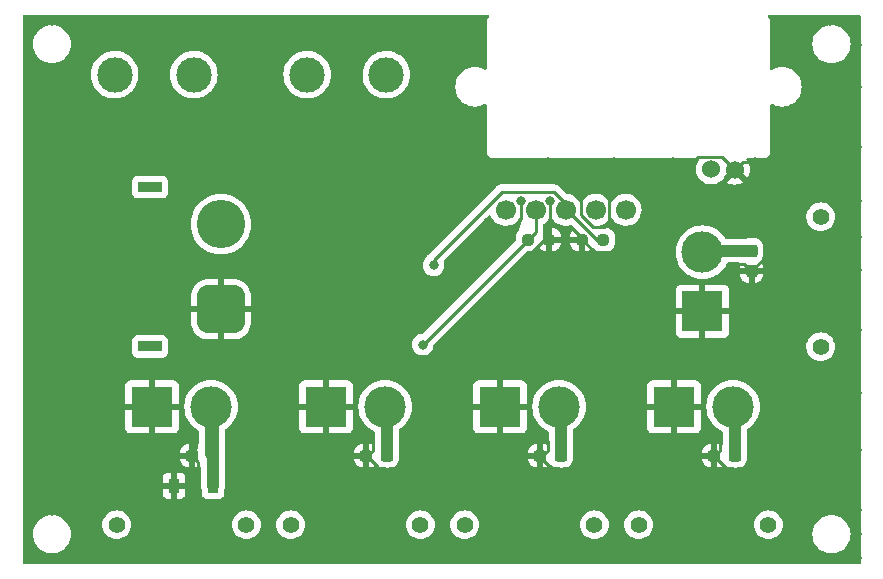
<source format=gbl>
%TF.GenerationSoftware,KiCad,Pcbnew,(6.0.11)*%
%TF.CreationDate,2023-05-24T21:09:08+09:00*%
%TF.ProjectId,power,706f7765-722e-46b6-9963-61645f706362,rev?*%
%TF.SameCoordinates,Original*%
%TF.FileFunction,Copper,L2,Bot*%
%TF.FilePolarity,Positive*%
%FSLAX46Y46*%
G04 Gerber Fmt 4.6, Leading zero omitted, Abs format (unit mm)*
G04 Created by KiCad (PCBNEW (6.0.11)) date 2023-05-24 21:09:08*
%MOMM*%
%LPD*%
G01*
G04 APERTURE LIST*
G04 Aperture macros list*
%AMRoundRect*
0 Rectangle with rounded corners*
0 $1 Rounding radius*
0 $2 $3 $4 $5 $6 $7 $8 $9 X,Y pos of 4 corners*
0 Add a 4 corners polygon primitive as box body*
4,1,4,$2,$3,$4,$5,$6,$7,$8,$9,$2,$3,0*
0 Add four circle primitives for the rounded corners*
1,1,$1+$1,$2,$3*
1,1,$1+$1,$4,$5*
1,1,$1+$1,$6,$7*
1,1,$1+$1,$8,$9*
0 Add four rect primitives between the rounded corners*
20,1,$1+$1,$2,$3,$4,$5,0*
20,1,$1+$1,$4,$5,$6,$7,0*
20,1,$1+$1,$6,$7,$8,$9,0*
20,1,$1+$1,$8,$9,$2,$3,0*%
G04 Aperture macros list end*
%TA.AperFunction,ComponentPad*%
%ADD10C,1.400000*%
%TD*%
%TA.AperFunction,ComponentPad*%
%ADD11R,3.500000X3.500000*%
%TD*%
%TA.AperFunction,ComponentPad*%
%ADD12C,3.500000*%
%TD*%
%TA.AperFunction,ComponentPad*%
%ADD13C,1.524000*%
%TD*%
%TA.AperFunction,ComponentPad*%
%ADD14C,1.700000*%
%TD*%
%TA.AperFunction,ComponentPad*%
%ADD15C,3.000000*%
%TD*%
%TA.AperFunction,ComponentPad*%
%ADD16R,2.000000X0.900000*%
%TD*%
%TA.AperFunction,ComponentPad*%
%ADD17RoundRect,1.025000X1.025000X-1.025000X1.025000X1.025000X-1.025000X1.025000X-1.025000X-1.025000X0*%
%TD*%
%TA.AperFunction,ComponentPad*%
%ADD18C,4.100000*%
%TD*%
%TA.AperFunction,SMDPad,CuDef*%
%ADD19RoundRect,0.237500X0.300000X0.237500X-0.300000X0.237500X-0.300000X-0.237500X0.300000X-0.237500X0*%
%TD*%
%TA.AperFunction,SMDPad,CuDef*%
%ADD20RoundRect,0.237500X-0.250000X-0.237500X0.250000X-0.237500X0.250000X0.237500X-0.250000X0.237500X0*%
%TD*%
%TA.AperFunction,SMDPad,CuDef*%
%ADD21RoundRect,0.237500X-0.237500X0.300000X-0.237500X-0.300000X0.237500X-0.300000X0.237500X0.300000X0*%
%TD*%
%TA.AperFunction,SMDPad,CuDef*%
%ADD22R,0.900000X1.200000*%
%TD*%
%TA.AperFunction,SMDPad,CuDef*%
%ADD23RoundRect,0.237500X0.250000X0.237500X-0.250000X0.237500X-0.250000X-0.237500X0.250000X-0.237500X0*%
%TD*%
%TA.AperFunction,ViaPad*%
%ADD24C,0.800000*%
%TD*%
%TA.AperFunction,Conductor*%
%ADD25C,1.000000*%
%TD*%
%TA.AperFunction,Conductor*%
%ADD26C,0.250000*%
%TD*%
G04 APERTURE END LIST*
D10*
%TO.P,J6,*%
%TO.N,*%
X145854000Y-107201000D03*
X134854000Y-107201000D03*
D11*
%TO.P,J6,1,Pin_1*%
%TO.N,GND*%
X137854000Y-97201000D03*
D12*
%TO.P,J6,2,Pin_2*%
%TO.N,VDD*%
X142854000Y-97201000D03*
%TD*%
D13*
%TO.P,MES1,1,-*%
%TO.N,GND*%
X157736000Y-77126000D03*
%TO.P,MES1,2,+*%
%TO.N,VDD*%
X155736000Y-77111000D03*
%TD*%
D10*
%TO.P,J4,*%
%TO.N,*%
X160586000Y-107201000D03*
X149586000Y-107201000D03*
D11*
%TO.P,J4,1,Pin_1*%
%TO.N,GND*%
X152586000Y-97201000D03*
D12*
%TO.P,J4,2,Pin_2*%
%TO.N,VDD*%
X157586000Y-97201000D03*
%TD*%
D10*
%TO.P,J2,*%
%TO.N,*%
X120122000Y-107201000D03*
X131122000Y-107201000D03*
D11*
%TO.P,J2,1,Pin_1*%
%TO.N,GND*%
X123122000Y-97201000D03*
D12*
%TO.P,J2,2,Pin_2*%
%TO.N,VDD*%
X128122000Y-97201000D03*
%TD*%
D10*
%TO.P,J5,*%
%TO.N,*%
X105390000Y-107201000D03*
X116390000Y-107201000D03*
D11*
%TO.P,J5,1,Pin_1*%
%TO.N,GND*%
X108390000Y-97201000D03*
D12*
%TO.P,J5,2,Pin_2*%
%TO.N,VDD*%
X113390000Y-97201000D03*
%TD*%
D10*
%TO.P,J3,*%
%TO.N,*%
X164999000Y-92120000D03*
X164999000Y-81120000D03*
D11*
%TO.P,J3,1,Pin_1*%
%TO.N,GND*%
X154999000Y-89120000D03*
D12*
%TO.P,J3,2,Pin_2*%
%TO.N,VDD*%
X154999000Y-84120000D03*
%TD*%
D14*
%TO.P,SW1,1,A*%
%TO.N,unconnected-(SW1-Pad1)*%
X145942000Y-80524000D03*
%TO.P,SW1,2,B*%
%TO.N,Net-(Q1-Pad3)*%
X143402000Y-80524000D03*
%TO.P,SW1,3,C*%
%TO.N,Net-(Q2-Pad1)*%
X140862000Y-80524000D03*
%TO.P,SW1,4*%
%TO.N,N/C*%
X148482000Y-80524000D03*
%TO.P,SW1,5*%
X138322000Y-80524000D03*
%TD*%
D15*
%TO.P,F1,1*%
%TO.N,+7.5V*%
X105232000Y-69094000D03*
X111932000Y-69094000D03*
%TO.P,F1,2*%
%TO.N,Net-(F1-Pad2)*%
X121532000Y-69094000D03*
X128232000Y-69094000D03*
%TD*%
D16*
%TO.P,J1,*%
%TO.N,*%
X108230000Y-92100000D03*
X108230000Y-78600000D03*
D17*
%TO.P,J1,1,Pin_1*%
%TO.N,GND*%
X114230000Y-88950000D03*
D18*
%TO.P,J1,2,Pin_2*%
%TO.N,+7.5V*%
X114230000Y-81750000D03*
%TD*%
D19*
%TO.P,C4,1*%
%TO.N,VDD*%
X142994500Y-101352000D03*
%TO.P,C4,2*%
%TO.N,GND*%
X141269500Y-101352000D03*
%TD*%
D20*
%TO.P,R1,1*%
%TO.N,GND*%
X144775500Y-83064000D03*
%TO.P,R1,2*%
%TO.N,Net-(Q1-Pad3)*%
X146600500Y-83064000D03*
%TD*%
D21*
%TO.P,C2,1*%
%TO.N,VDD*%
X159150000Y-83979500D03*
%TO.P,C2,2*%
%TO.N,GND*%
X159150000Y-85704500D03*
%TD*%
D19*
%TO.P,C5,1*%
%TO.N,VDD*%
X157726500Y-101352000D03*
%TO.P,C5,2*%
%TO.N,GND*%
X156001500Y-101352000D03*
%TD*%
%TO.P,C3,1*%
%TO.N,VDD*%
X113530500Y-101352000D03*
%TO.P,C3,2*%
%TO.N,GND*%
X111805500Y-101352000D03*
%TD*%
%TO.P,C6,1*%
%TO.N,VDD*%
X128262500Y-101352000D03*
%TO.P,C6,2*%
%TO.N,GND*%
X126537500Y-101352000D03*
%TD*%
D22*
%TO.P,D1,1,K*%
%TO.N,VDD*%
X113556000Y-103892000D03*
%TO.P,D1,2,A*%
%TO.N,GND*%
X110256000Y-103892000D03*
%TD*%
D23*
%TO.P,R2,1*%
%TO.N,GND*%
X142028500Y-83064000D03*
%TO.P,R2,2*%
%TO.N,Net-(Q2-Pad1)*%
X140203500Y-83064000D03*
%TD*%
D24*
%TO.N,GND*%
X141920000Y-76506000D03*
X145520000Y-89706000D03*
X99920000Y-106006000D03*
X163214000Y-81032000D03*
X97920000Y-110006000D03*
X159150000Y-78238000D03*
X137520000Y-82106000D03*
X144920000Y-105506000D03*
X113920000Y-64506000D03*
X99920000Y-110006000D03*
X163722000Y-107956000D03*
X136420000Y-108506000D03*
X136320000Y-67906000D03*
X129920000Y-110006000D03*
X162706000Y-105924000D03*
X168040000Y-109988000D03*
X103920000Y-100506000D03*
X160674000Y-108972000D03*
X134920000Y-84106000D03*
X163214000Y-92208000D03*
X114920000Y-106006000D03*
X163920000Y-75306000D03*
X168040000Y-96018000D03*
X147920000Y-105506000D03*
X136420000Y-105506000D03*
X162960000Y-96018000D03*
X158642000Y-109988000D03*
X118420000Y-105506000D03*
X163976000Y-70110000D03*
X97920000Y-82506000D03*
X120920000Y-84706000D03*
X134120000Y-80106000D03*
X164992000Y-93986000D03*
X125920000Y-105506000D03*
X104420000Y-85006000D03*
X151420000Y-108506000D03*
X101920000Y-108006000D03*
X129920000Y-65506000D03*
X168040000Y-100844000D03*
X102420000Y-110006000D03*
X158642000Y-104908000D03*
X97920000Y-100506000D03*
X100920000Y-70506000D03*
X97920000Y-68506000D03*
X106320000Y-91106000D03*
X168040000Y-85604000D03*
X112920000Y-110006000D03*
X164992000Y-90430000D03*
X101420000Y-82506000D03*
X122920000Y-83106000D03*
X141624000Y-109988000D03*
X129920000Y-105506000D03*
X168040000Y-75190000D03*
X168040000Y-70110000D03*
X97920000Y-108006000D03*
X168040000Y-79762000D03*
X97920000Y-66506000D03*
X109920000Y-93306000D03*
X132720000Y-82906000D03*
X160674000Y-105416000D03*
X117920000Y-76506000D03*
X137475000Y-77925000D03*
X97920000Y-64506000D03*
X155420000Y-105506000D03*
X142625000Y-77975000D03*
X135920000Y-64506000D03*
X121920000Y-105506000D03*
X119420000Y-66006000D03*
X166770000Y-81032000D03*
X140920000Y-105506000D03*
X148320000Y-89706000D03*
X124420000Y-110006000D03*
X106320000Y-93306000D03*
X115920000Y-85006000D03*
X132920000Y-105506000D03*
X148320000Y-88706000D03*
X114920000Y-108506000D03*
X144720000Y-79306000D03*
X117920000Y-80006000D03*
X124920000Y-65506000D03*
X158642000Y-107194000D03*
X155420000Y-108506000D03*
X134320000Y-72106000D03*
X118420000Y-108506000D03*
X100920000Y-76506000D03*
X103920000Y-88506000D03*
X134120000Y-76306000D03*
X132920000Y-108506000D03*
X118920000Y-110006000D03*
X97920000Y-88506000D03*
X117920000Y-70506000D03*
X99920000Y-64506000D03*
X129920000Y-64506000D03*
X113920000Y-66506000D03*
X168040000Y-105924000D03*
X159404000Y-76460000D03*
X162706000Y-100844000D03*
X101920000Y-64506000D03*
X109920000Y-100506000D03*
X108420000Y-65506000D03*
X106920000Y-106006000D03*
X140920000Y-108506000D03*
X139600000Y-79800000D03*
X165754000Y-64522000D03*
X161182000Y-67824000D03*
X101420000Y-68506000D03*
X136520000Y-76306000D03*
X147120000Y-79306000D03*
X168040000Y-107956000D03*
X124920000Y-64506000D03*
X101920000Y-66506000D03*
X115120000Y-104106000D03*
X145520000Y-88706000D03*
X136850000Y-81600000D03*
X144920000Y-108506000D03*
X168040000Y-90684000D03*
X108420000Y-64506000D03*
X153054000Y-109988000D03*
X133920000Y-68006000D03*
X162960000Y-82810000D03*
X129920000Y-108506000D03*
X97920000Y-94506000D03*
X147920000Y-108506000D03*
X147212000Y-109988000D03*
X163722000Y-66554000D03*
X161182000Y-64522000D03*
X103920000Y-108506000D03*
X166008000Y-109988000D03*
X166770000Y-92208000D03*
X162960000Y-90684000D03*
X134120000Y-85706000D03*
X146920000Y-88706000D03*
X161182000Y-72396000D03*
X168040000Y-82810000D03*
X149720000Y-79306000D03*
X142125000Y-79750000D03*
X109920000Y-90906000D03*
X164992000Y-79254000D03*
X147520000Y-76506000D03*
X162960000Y-85604000D03*
X166008000Y-68586000D03*
X152520000Y-76506000D03*
X125920000Y-108506000D03*
X167786000Y-64522000D03*
X106920000Y-108506000D03*
X103920000Y-94506000D03*
X119420000Y-64506000D03*
X135920000Y-110006000D03*
X168040000Y-66554000D03*
X166008000Y-105924000D03*
X162706000Y-109988000D03*
X164992000Y-82810000D03*
X126520000Y-84106000D03*
X151420000Y-105506000D03*
X97920000Y-105506000D03*
X97920000Y-76506000D03*
X136320000Y-72106000D03*
X162452000Y-107194000D03*
X101720000Y-105506000D03*
X99920000Y-68506000D03*
X103920000Y-106006000D03*
X110420000Y-85506000D03*
X110920000Y-106006000D03*
X121920000Y-108506000D03*
X106920000Y-110006000D03*
X97920000Y-70506000D03*
X146920000Y-89706000D03*
X161182000Y-75190000D03*
%TO.N,Net-(Q1-Pad3)*%
X132226000Y-85238000D03*
%TO.N,Net-(Q2-Pad1)*%
X131311000Y-91949000D03*
%TD*%
D25*
%TO.N,VDD*%
X113390000Y-97201000D02*
X113390000Y-101211500D01*
X142994500Y-97341500D02*
X142854000Y-97201000D01*
X128262500Y-101352000D02*
X128262500Y-97341500D01*
X155139500Y-83979500D02*
X154999000Y-84120000D01*
X159150000Y-83979500D02*
X155139500Y-83979500D01*
X157726500Y-101352000D02*
X157726500Y-97341500D01*
X142994500Y-101352000D02*
X142994500Y-97341500D01*
X157726500Y-97341500D02*
X157586000Y-97201000D01*
X113556000Y-103892000D02*
X113556000Y-97367000D01*
X113556000Y-97367000D02*
X113390000Y-97201000D01*
X113390000Y-101211500D02*
X113530500Y-101352000D01*
X128262500Y-97341500D02*
X128122000Y-97201000D01*
D26*
%TO.N,GND*%
X112120000Y-100706000D02*
X112120000Y-100106000D01*
X144720000Y-79306000D02*
X144720000Y-80963701D01*
X144775500Y-82925500D02*
X143850000Y-82000000D01*
X126566000Y-101352000D02*
X127520000Y-102306000D01*
X141575000Y-82825000D02*
X141575000Y-81900000D01*
X111805500Y-101352000D02*
X111805500Y-101391500D01*
X156001500Y-101352000D02*
X156001500Y-101387500D01*
X159150000Y-85704500D02*
X159118500Y-85704500D01*
X144839000Y-83064000D02*
X145725000Y-83950000D01*
X111805500Y-101352000D02*
X111805500Y-101020500D01*
X156001500Y-101352000D02*
X156074000Y-101352000D01*
X144775500Y-83064000D02*
X144839000Y-83064000D01*
X146676000Y-81950000D02*
X145706299Y-81950000D01*
X154602000Y-76024000D02*
X154320000Y-76306000D01*
X139600000Y-81325000D02*
X138819000Y-82106000D01*
X146927000Y-81699000D02*
X147120000Y-81506000D01*
X156074000Y-101352000D02*
X156520000Y-100906000D01*
X112320000Y-101906000D02*
X112320000Y-102506000D01*
X141269500Y-101352000D02*
X141269500Y-101455500D01*
X139600000Y-79800000D02*
X139600000Y-81325000D01*
X144775500Y-83064000D02*
X144775500Y-82925500D01*
X158520000Y-85106000D02*
X157920000Y-85106000D01*
X141814000Y-83064000D02*
X141575000Y-82825000D01*
X142028500Y-83064000D02*
X141611000Y-83064000D01*
X142125000Y-79750000D02*
X142125000Y-82967500D01*
X147120000Y-79306000D02*
X147120000Y-81506000D01*
X144775500Y-83064000D02*
X144775500Y-83850500D01*
X159404000Y-76460000D02*
X158402000Y-76460000D01*
X159150000Y-85704500D02*
X159150000Y-85676000D01*
X127120000Y-100906000D02*
X127120000Y-100106000D01*
X159118500Y-85704500D02*
X158520000Y-85106000D01*
X142028500Y-83064000D02*
X141814000Y-83064000D01*
X126537500Y-101352000D02*
X126566000Y-101352000D01*
X156634000Y-76024000D02*
X154602000Y-76024000D01*
X111805500Y-101391500D02*
X112320000Y-101906000D01*
X126674000Y-101352000D02*
X127120000Y-100906000D01*
X141920000Y-100906000D02*
X141920000Y-100106000D01*
X158402000Y-76460000D02*
X157736000Y-77126000D01*
X144720000Y-80963701D02*
X145455299Y-81699000D01*
X144775500Y-83850500D02*
X144320000Y-84306000D01*
X147120000Y-81506000D02*
X146676000Y-81950000D01*
X141575000Y-81900000D02*
X141600000Y-81875000D01*
X141611000Y-83064000D02*
X140500000Y-84175000D01*
X141474000Y-101352000D02*
X141920000Y-100906000D01*
X141269500Y-101352000D02*
X141474000Y-101352000D01*
X111805500Y-101020500D02*
X112120000Y-100706000D01*
X126537500Y-101352000D02*
X126674000Y-101352000D01*
X145706299Y-81950000D02*
X145455299Y-81699000D01*
X138819000Y-82106000D02*
X137520000Y-82106000D01*
X142125000Y-82967500D02*
X142028500Y-83064000D01*
X156520000Y-100906000D02*
X156520000Y-99906000D01*
X159150000Y-85676000D02*
X160320000Y-84506000D01*
X156001500Y-101387500D02*
X156920000Y-102306000D01*
X157736000Y-77126000D02*
X156634000Y-76024000D01*
X141269500Y-101455500D02*
X142120000Y-102306000D01*
%TO.N,Net-(Q1-Pad3)*%
X138000000Y-79000000D02*
X132226000Y-84774000D01*
X132226000Y-84774000D02*
X132226000Y-85238000D01*
X143402000Y-80002000D02*
X142400000Y-79000000D01*
X143402000Y-80524000D02*
X143402000Y-80002000D01*
X143402000Y-80524000D02*
X143518495Y-80524000D01*
X146058495Y-83064000D02*
X146600500Y-83064000D01*
X143518495Y-80524000D02*
X146058495Y-83064000D01*
X142400000Y-79000000D02*
X138000000Y-79000000D01*
%TO.N,Net-(Q2-Pad1)*%
X140862000Y-82405500D02*
X140203500Y-83064000D01*
X140196000Y-83064000D02*
X131311000Y-91949000D01*
X140862000Y-80524000D02*
X140862000Y-82405500D01*
X140203500Y-83064000D02*
X140196000Y-83064000D01*
%TD*%
%TA.AperFunction,Conductor*%
%TO.N,GND*%
G36*
X136889492Y-64034502D02*
G01*
X136935985Y-64088158D01*
X136946089Y-64158432D01*
X136916595Y-64223012D01*
X136907676Y-64231852D01*
X136903042Y-64234776D01*
X136897102Y-64241501D01*
X136897098Y-64241505D01*
X136883468Y-64256938D01*
X136871276Y-64268982D01*
X136855673Y-64282427D01*
X136855671Y-64282430D01*
X136848873Y-64288287D01*
X136843993Y-64295816D01*
X136843992Y-64295817D01*
X136834906Y-64309835D01*
X136823615Y-64324709D01*
X136812569Y-64337217D01*
X136806622Y-64343951D01*
X136800312Y-64357391D01*
X136794058Y-64370711D01*
X136785737Y-64385691D01*
X136774529Y-64402983D01*
X136774527Y-64402988D01*
X136769648Y-64410515D01*
X136767078Y-64419108D01*
X136767076Y-64419113D01*
X136762289Y-64435120D01*
X136755628Y-64452564D01*
X136748533Y-64467676D01*
X136744719Y-64475800D01*
X136743338Y-64484667D01*
X136743338Y-64484668D01*
X136740170Y-64505015D01*
X136736387Y-64521732D01*
X136730485Y-64541466D01*
X136730484Y-64541472D01*
X136727914Y-64550066D01*
X136727859Y-64559037D01*
X136727859Y-64559038D01*
X136727704Y-64584497D01*
X136727671Y-64585289D01*
X136727500Y-64586386D01*
X136727500Y-64617377D01*
X136727498Y-64618147D01*
X136727024Y-64695721D01*
X136727408Y-64697065D01*
X136727500Y-64698410D01*
X136727500Y-68563469D01*
X136707498Y-68631590D01*
X136653842Y-68678083D01*
X136583568Y-68688187D01*
X136535665Y-68670901D01*
X136495501Y-68646288D01*
X136495490Y-68646282D01*
X136491271Y-68643697D01*
X136486701Y-68641804D01*
X136486697Y-68641802D01*
X136254662Y-68545690D01*
X136254660Y-68545689D01*
X136250089Y-68543796D01*
X136161069Y-68522424D01*
X136001062Y-68484009D01*
X136001056Y-68484008D01*
X135996249Y-68482854D01*
X135736000Y-68462372D01*
X135475751Y-68482854D01*
X135470944Y-68484008D01*
X135470938Y-68484009D01*
X135310931Y-68522424D01*
X135221911Y-68543796D01*
X135217340Y-68545689D01*
X135217338Y-68545690D01*
X134985303Y-68641802D01*
X134985299Y-68641804D01*
X134980729Y-68643697D01*
X134758144Y-68780097D01*
X134559637Y-68949637D01*
X134390097Y-69148144D01*
X134253697Y-69370729D01*
X134251804Y-69375299D01*
X134251802Y-69375303D01*
X134160623Y-69595428D01*
X134153796Y-69611911D01*
X134138439Y-69675877D01*
X134094009Y-69860938D01*
X134094008Y-69860944D01*
X134092854Y-69865751D01*
X134091892Y-69877975D01*
X134072901Y-70119282D01*
X134072899Y-70119282D01*
X134072900Y-70119290D01*
X134072372Y-70126000D01*
X134072760Y-70130930D01*
X134072760Y-70130933D01*
X134076049Y-70172723D01*
X134092854Y-70386249D01*
X134094008Y-70391056D01*
X134094009Y-70391062D01*
X134094578Y-70393431D01*
X134153796Y-70640089D01*
X134155689Y-70644660D01*
X134155690Y-70644662D01*
X134201984Y-70756424D01*
X134253697Y-70881271D01*
X134390097Y-71103856D01*
X134559637Y-71302363D01*
X134758144Y-71471903D01*
X134980729Y-71608303D01*
X134985299Y-71610196D01*
X134985303Y-71610198D01*
X135174416Y-71688531D01*
X135221911Y-71708204D01*
X135310931Y-71729576D01*
X135470938Y-71767991D01*
X135470944Y-71767992D01*
X135475751Y-71769146D01*
X135736000Y-71789628D01*
X135996249Y-71769146D01*
X136001056Y-71767992D01*
X136001062Y-71767991D01*
X136161069Y-71729576D01*
X136250089Y-71708204D01*
X136297584Y-71688531D01*
X136486697Y-71610198D01*
X136486701Y-71610196D01*
X136491271Y-71608303D01*
X136495491Y-71605717D01*
X136495501Y-71605712D01*
X136535665Y-71581099D01*
X136604198Y-71562560D01*
X136671875Y-71584016D01*
X136717208Y-71638655D01*
X136727500Y-71688531D01*
X136727500Y-75617377D01*
X136727498Y-75618147D01*
X136727024Y-75695721D01*
X136729491Y-75704352D01*
X136735150Y-75724153D01*
X136738728Y-75740915D01*
X136742920Y-75770187D01*
X136746634Y-75778355D01*
X136746634Y-75778356D01*
X136753548Y-75793562D01*
X136759996Y-75811086D01*
X136767051Y-75835771D01*
X136771843Y-75843365D01*
X136771844Y-75843368D01*
X136782830Y-75860780D01*
X136790969Y-75875863D01*
X136803208Y-75902782D01*
X136809069Y-75909584D01*
X136819970Y-75922235D01*
X136831073Y-75937239D01*
X136844776Y-75958958D01*
X136851501Y-75964897D01*
X136851504Y-75964901D01*
X136866938Y-75978532D01*
X136878982Y-75990724D01*
X136892427Y-76006327D01*
X136892430Y-76006329D01*
X136898287Y-76013127D01*
X136905816Y-76018007D01*
X136905817Y-76018008D01*
X136919835Y-76027094D01*
X136934709Y-76038385D01*
X136947217Y-76049431D01*
X136953951Y-76055378D01*
X136980711Y-76067942D01*
X136995691Y-76076263D01*
X137012983Y-76087471D01*
X137012988Y-76087473D01*
X137020515Y-76092352D01*
X137029108Y-76094922D01*
X137029113Y-76094924D01*
X137045120Y-76099711D01*
X137062564Y-76106372D01*
X137077676Y-76113467D01*
X137077678Y-76113468D01*
X137085800Y-76117281D01*
X137094667Y-76118662D01*
X137094668Y-76118662D01*
X137097353Y-76119080D01*
X137115017Y-76121830D01*
X137131732Y-76125613D01*
X137151466Y-76131515D01*
X137151472Y-76131516D01*
X137160066Y-76134086D01*
X137169037Y-76134141D01*
X137169038Y-76134141D01*
X137179097Y-76134202D01*
X137194506Y-76134296D01*
X137195289Y-76134329D01*
X137196386Y-76134500D01*
X137227377Y-76134500D01*
X137228147Y-76134502D01*
X137301785Y-76134952D01*
X137301786Y-76134952D01*
X137305721Y-76134976D01*
X137307065Y-76134592D01*
X137308410Y-76134500D01*
X154626715Y-76134500D01*
X154694836Y-76154502D01*
X154741329Y-76208158D01*
X154751433Y-76278432D01*
X154729928Y-76332770D01*
X154634672Y-76468810D01*
X154634669Y-76468816D01*
X154631512Y-76473324D01*
X154629189Y-76478306D01*
X154629186Y-76478311D01*
X154539883Y-76669822D01*
X154537560Y-76674804D01*
X154480022Y-76889537D01*
X154460647Y-77111000D01*
X154480022Y-77332463D01*
X154537560Y-77547196D01*
X154539882Y-77552177D01*
X154539883Y-77552178D01*
X154629186Y-77743689D01*
X154629189Y-77743694D01*
X154631512Y-77748676D01*
X154634668Y-77753183D01*
X154634669Y-77753185D01*
X154681610Y-77820223D01*
X154759023Y-77930781D01*
X154916219Y-78087977D01*
X154920727Y-78091134D01*
X154920730Y-78091136D01*
X154931203Y-78098469D01*
X155098323Y-78215488D01*
X155103305Y-78217811D01*
X155103310Y-78217814D01*
X155294822Y-78307117D01*
X155299804Y-78309440D01*
X155305112Y-78310862D01*
X155305114Y-78310863D01*
X155345353Y-78321645D01*
X155514537Y-78366978D01*
X155736000Y-78386353D01*
X155957463Y-78366978D01*
X156126647Y-78321645D01*
X156166886Y-78310863D01*
X156166888Y-78310862D01*
X156172196Y-78309440D01*
X156177178Y-78307117D01*
X156368690Y-78217814D01*
X156368695Y-78217811D01*
X156373677Y-78215488D01*
X156417537Y-78184777D01*
X157041777Y-78184777D01*
X157051074Y-78196793D01*
X157094069Y-78226898D01*
X157103555Y-78232376D01*
X157294993Y-78321645D01*
X157305285Y-78325391D01*
X157509309Y-78380059D01*
X157520104Y-78381962D01*
X157730525Y-78400372D01*
X157741475Y-78400372D01*
X157951896Y-78381962D01*
X157962691Y-78380059D01*
X158166715Y-78325391D01*
X158177007Y-78321645D01*
X158368445Y-78232376D01*
X158377931Y-78226898D01*
X158421764Y-78196207D01*
X158430139Y-78185729D01*
X158423071Y-78172281D01*
X157748812Y-77498022D01*
X157734868Y-77490408D01*
X157733035Y-77490539D01*
X157726420Y-77494790D01*
X157048207Y-78173003D01*
X157041777Y-78184777D01*
X156417537Y-78184777D01*
X156540797Y-78098469D01*
X156551270Y-78091136D01*
X156551273Y-78091134D01*
X156555781Y-78087977D01*
X156712977Y-77930781D01*
X156790391Y-77820223D01*
X156837331Y-77753185D01*
X156837332Y-77753183D01*
X156840488Y-77748676D01*
X156842811Y-77743694D01*
X156842814Y-77743689D01*
X156906569Y-77606966D01*
X156931669Y-77571121D01*
X157646905Y-76855885D01*
X157709217Y-76821859D01*
X157780032Y-76826924D01*
X157825095Y-76855885D01*
X158783003Y-77813793D01*
X158794777Y-77820223D01*
X158806793Y-77810926D01*
X158836897Y-77767932D01*
X158842377Y-77758441D01*
X158931645Y-77567007D01*
X158935391Y-77556715D01*
X158990059Y-77352691D01*
X158991962Y-77341896D01*
X159010372Y-77131475D01*
X159010372Y-77120525D01*
X158991962Y-76910104D01*
X158990059Y-76899309D01*
X158935391Y-76695285D01*
X158931645Y-76684993D01*
X158842376Y-76493556D01*
X158836898Y-76484070D01*
X158730958Y-76332770D01*
X158708270Y-76265496D01*
X158725555Y-76196636D01*
X158777325Y-76148052D01*
X158834171Y-76134500D01*
X160227377Y-76134500D01*
X160228148Y-76134502D01*
X160305721Y-76134976D01*
X160334152Y-76126850D01*
X160350915Y-76123272D01*
X160351753Y-76123152D01*
X160380187Y-76119080D01*
X160403564Y-76108451D01*
X160421087Y-76102004D01*
X160445771Y-76094949D01*
X160453365Y-76090157D01*
X160453368Y-76090156D01*
X160470780Y-76079170D01*
X160485865Y-76071030D01*
X160512782Y-76058792D01*
X160532235Y-76042030D01*
X160547239Y-76030927D01*
X160568958Y-76017224D01*
X160574897Y-76010499D01*
X160574901Y-76010496D01*
X160588532Y-75995062D01*
X160600724Y-75983018D01*
X160616327Y-75969573D01*
X160616329Y-75969570D01*
X160623127Y-75963713D01*
X160637094Y-75942165D01*
X160648385Y-75927291D01*
X160659431Y-75914783D01*
X160659432Y-75914782D01*
X160665378Y-75908049D01*
X160677943Y-75881287D01*
X160686263Y-75866309D01*
X160697471Y-75849017D01*
X160697473Y-75849012D01*
X160702352Y-75841485D01*
X160704922Y-75832892D01*
X160704924Y-75832887D01*
X160709711Y-75816880D01*
X160716372Y-75799436D01*
X160723467Y-75784324D01*
X160723468Y-75784322D01*
X160727281Y-75776200D01*
X160731830Y-75746983D01*
X160735613Y-75730268D01*
X160741515Y-75710534D01*
X160741516Y-75710528D01*
X160744086Y-75701934D01*
X160744296Y-75667494D01*
X160744329Y-75666711D01*
X160744500Y-75665614D01*
X160744500Y-75634623D01*
X160744502Y-75633853D01*
X160744952Y-75560215D01*
X160744952Y-75560214D01*
X160744976Y-75556279D01*
X160744592Y-75554935D01*
X160744500Y-75553590D01*
X160744500Y-71688531D01*
X160764502Y-71620410D01*
X160818158Y-71573917D01*
X160888432Y-71563813D01*
X160936335Y-71581099D01*
X160976499Y-71605712D01*
X160976509Y-71605717D01*
X160980729Y-71608303D01*
X160985299Y-71610196D01*
X160985303Y-71610198D01*
X161174416Y-71688531D01*
X161221911Y-71708204D01*
X161310931Y-71729576D01*
X161470938Y-71767991D01*
X161470944Y-71767992D01*
X161475751Y-71769146D01*
X161736000Y-71789628D01*
X161996249Y-71769146D01*
X162001056Y-71767992D01*
X162001062Y-71767991D01*
X162161069Y-71729576D01*
X162250089Y-71708204D01*
X162297584Y-71688531D01*
X162486697Y-71610198D01*
X162486701Y-71610196D01*
X162491271Y-71608303D01*
X162713856Y-71471903D01*
X162912363Y-71302363D01*
X163081903Y-71103856D01*
X163218303Y-70881271D01*
X163270017Y-70756424D01*
X163316310Y-70644662D01*
X163316311Y-70644660D01*
X163318204Y-70640089D01*
X163377422Y-70393431D01*
X163377991Y-70391062D01*
X163377992Y-70391056D01*
X163379146Y-70386249D01*
X163399628Y-70126000D01*
X163379146Y-69865751D01*
X163377992Y-69860944D01*
X163377991Y-69860938D01*
X163333561Y-69675877D01*
X163318204Y-69611911D01*
X163311377Y-69595428D01*
X163220198Y-69375303D01*
X163220196Y-69375299D01*
X163218303Y-69370729D01*
X163081903Y-69148144D01*
X162912363Y-68949637D01*
X162713856Y-68780097D01*
X162491271Y-68643697D01*
X162486701Y-68641804D01*
X162486697Y-68641802D01*
X162254662Y-68545690D01*
X162254660Y-68545689D01*
X162250089Y-68543796D01*
X162161069Y-68522424D01*
X162001062Y-68484009D01*
X162001056Y-68484008D01*
X161996249Y-68482854D01*
X161736000Y-68462372D01*
X161475751Y-68482854D01*
X161470944Y-68484008D01*
X161470938Y-68484009D01*
X161310931Y-68522424D01*
X161221911Y-68543796D01*
X161217340Y-68545689D01*
X161217338Y-68545690D01*
X160985303Y-68641802D01*
X160985299Y-68641804D01*
X160980729Y-68643697D01*
X160976510Y-68646282D01*
X160976499Y-68646288D01*
X160936335Y-68670901D01*
X160867802Y-68689440D01*
X160800125Y-68667984D01*
X160754792Y-68613345D01*
X160744500Y-68563469D01*
X160744500Y-66506000D01*
X164306526Y-66506000D01*
X164326391Y-66758403D01*
X164385495Y-67004591D01*
X164387388Y-67009162D01*
X164387389Y-67009164D01*
X164467078Y-67201549D01*
X164482384Y-67238502D01*
X164614672Y-67454376D01*
X164779102Y-67646898D01*
X164971624Y-67811328D01*
X165187498Y-67943616D01*
X165192068Y-67945509D01*
X165192072Y-67945511D01*
X165412756Y-68036921D01*
X165421409Y-68040505D01*
X165465591Y-68051112D01*
X165662784Y-68098454D01*
X165662790Y-68098455D01*
X165667597Y-68099609D01*
X165767416Y-68107465D01*
X165854345Y-68114307D01*
X165854352Y-68114307D01*
X165856801Y-68114500D01*
X165983199Y-68114500D01*
X165985648Y-68114307D01*
X165985655Y-68114307D01*
X166072584Y-68107465D01*
X166172403Y-68099609D01*
X166177210Y-68098455D01*
X166177216Y-68098454D01*
X166374409Y-68051112D01*
X166418591Y-68040505D01*
X166427244Y-68036921D01*
X166647928Y-67945511D01*
X166647932Y-67945509D01*
X166652502Y-67943616D01*
X166868376Y-67811328D01*
X167060898Y-67646898D01*
X167225328Y-67454376D01*
X167357616Y-67238502D01*
X167372923Y-67201549D01*
X167452611Y-67009164D01*
X167452612Y-67009162D01*
X167454505Y-67004591D01*
X167513609Y-66758403D01*
X167533474Y-66506000D01*
X167513609Y-66253597D01*
X167454505Y-66007409D01*
X167357616Y-65773498D01*
X167225328Y-65557624D01*
X167060898Y-65365102D01*
X166868376Y-65200672D01*
X166652502Y-65068384D01*
X166647932Y-65066491D01*
X166647928Y-65066489D01*
X166423164Y-64973389D01*
X166423162Y-64973388D01*
X166418591Y-64971495D01*
X166333968Y-64951179D01*
X166177216Y-64913546D01*
X166177210Y-64913545D01*
X166172403Y-64912391D01*
X166072584Y-64904535D01*
X165985655Y-64897693D01*
X165985648Y-64897693D01*
X165983199Y-64897500D01*
X165856801Y-64897500D01*
X165854352Y-64897693D01*
X165854345Y-64897693D01*
X165767416Y-64904535D01*
X165667597Y-64912391D01*
X165662790Y-64913545D01*
X165662784Y-64913546D01*
X165506032Y-64951179D01*
X165421409Y-64971495D01*
X165416838Y-64973388D01*
X165416836Y-64973389D01*
X165192072Y-65066489D01*
X165192068Y-65066491D01*
X165187498Y-65068384D01*
X164971624Y-65200672D01*
X164779102Y-65365102D01*
X164614672Y-65557624D01*
X164482384Y-65773498D01*
X164385495Y-66007409D01*
X164326391Y-66253597D01*
X164306526Y-66506000D01*
X160744500Y-66506000D01*
X160744500Y-64634623D01*
X160744502Y-64633853D01*
X160744800Y-64585102D01*
X160744976Y-64556279D01*
X160736850Y-64527847D01*
X160733272Y-64511085D01*
X160730352Y-64490698D01*
X160729080Y-64481813D01*
X160718451Y-64458436D01*
X160712004Y-64440913D01*
X160707416Y-64424862D01*
X160704949Y-64416229D01*
X160700156Y-64408632D01*
X160689170Y-64391220D01*
X160681030Y-64376135D01*
X160678564Y-64370711D01*
X160668792Y-64349218D01*
X160652030Y-64329765D01*
X160640927Y-64314761D01*
X160627224Y-64293042D01*
X160620499Y-64287103D01*
X160620496Y-64287099D01*
X160605062Y-64273468D01*
X160593018Y-64261276D01*
X160579574Y-64245674D01*
X160579571Y-64245671D01*
X160573713Y-64238873D01*
X160567447Y-64234812D01*
X160529669Y-64175598D01*
X160529904Y-64104601D01*
X160568485Y-64045003D01*
X160633164Y-64015724D01*
X160650682Y-64014500D01*
X168285500Y-64014500D01*
X168353621Y-64034502D01*
X168400114Y-64088158D01*
X168411500Y-64140500D01*
X168411500Y-110371500D01*
X168391498Y-110439621D01*
X168337842Y-110486114D01*
X168285500Y-110497500D01*
X97554500Y-110497500D01*
X97486379Y-110477498D01*
X97439886Y-110423842D01*
X97428500Y-110371500D01*
X97428500Y-108006000D01*
X98306526Y-108006000D01*
X98326391Y-108258403D01*
X98327545Y-108263210D01*
X98327546Y-108263216D01*
X98359349Y-108395686D01*
X98385495Y-108504591D01*
X98482384Y-108738502D01*
X98614672Y-108954376D01*
X98779102Y-109146898D01*
X98971624Y-109311328D01*
X99187498Y-109443616D01*
X99192068Y-109445509D01*
X99192072Y-109445511D01*
X99416836Y-109538611D01*
X99421409Y-109540505D01*
X99506032Y-109560821D01*
X99662784Y-109598454D01*
X99662790Y-109598455D01*
X99667597Y-109599609D01*
X99767416Y-109607465D01*
X99854345Y-109614307D01*
X99854352Y-109614307D01*
X99856801Y-109614500D01*
X99983199Y-109614500D01*
X99985648Y-109614307D01*
X99985655Y-109614307D01*
X100072584Y-109607465D01*
X100172403Y-109599609D01*
X100177210Y-109598455D01*
X100177216Y-109598454D01*
X100333968Y-109560821D01*
X100418591Y-109540505D01*
X100423164Y-109538611D01*
X100647928Y-109445511D01*
X100647932Y-109445509D01*
X100652502Y-109443616D01*
X100868376Y-109311328D01*
X101060898Y-109146898D01*
X101225328Y-108954376D01*
X101357616Y-108738502D01*
X101454505Y-108504591D01*
X101480651Y-108395686D01*
X101512454Y-108263216D01*
X101512455Y-108263210D01*
X101513609Y-108258403D01*
X101533474Y-108006000D01*
X101513609Y-107753597D01*
X101454505Y-107507409D01*
X101417044Y-107416970D01*
X101359511Y-107278072D01*
X101359509Y-107278068D01*
X101357616Y-107273498D01*
X101313189Y-107201000D01*
X104176884Y-107201000D01*
X104195314Y-107411655D01*
X104196738Y-107416968D01*
X104196738Y-107416970D01*
X104222261Y-107512221D01*
X104250044Y-107615910D01*
X104252366Y-107620891D01*
X104252367Y-107620892D01*
X104314249Y-107753597D01*
X104339411Y-107807558D01*
X104460699Y-107980776D01*
X104610224Y-108130301D01*
X104783442Y-108251589D01*
X104788420Y-108253910D01*
X104788423Y-108253912D01*
X104808376Y-108263216D01*
X104975090Y-108340956D01*
X104980398Y-108342378D01*
X104980400Y-108342379D01*
X105174030Y-108394262D01*
X105174032Y-108394262D01*
X105179345Y-108395686D01*
X105390000Y-108414116D01*
X105600655Y-108395686D01*
X105605968Y-108394262D01*
X105605970Y-108394262D01*
X105799600Y-108342379D01*
X105799602Y-108342378D01*
X105804910Y-108340956D01*
X105971624Y-108263216D01*
X105991577Y-108253912D01*
X105991580Y-108253910D01*
X105996558Y-108251589D01*
X106169776Y-108130301D01*
X106319301Y-107980776D01*
X106440589Y-107807558D01*
X106465752Y-107753597D01*
X106527633Y-107620892D01*
X106527634Y-107620891D01*
X106529956Y-107615910D01*
X106557740Y-107512221D01*
X106583262Y-107416970D01*
X106583262Y-107416968D01*
X106584686Y-107411655D01*
X106603116Y-107201000D01*
X115176884Y-107201000D01*
X115195314Y-107411655D01*
X115196738Y-107416968D01*
X115196738Y-107416970D01*
X115222261Y-107512221D01*
X115250044Y-107615910D01*
X115252366Y-107620891D01*
X115252367Y-107620892D01*
X115314249Y-107753597D01*
X115339411Y-107807558D01*
X115460699Y-107980776D01*
X115610224Y-108130301D01*
X115783442Y-108251589D01*
X115788420Y-108253910D01*
X115788423Y-108253912D01*
X115808376Y-108263216D01*
X115975090Y-108340956D01*
X115980398Y-108342378D01*
X115980400Y-108342379D01*
X116174030Y-108394262D01*
X116174032Y-108394262D01*
X116179345Y-108395686D01*
X116390000Y-108414116D01*
X116600655Y-108395686D01*
X116605968Y-108394262D01*
X116605970Y-108394262D01*
X116799600Y-108342379D01*
X116799602Y-108342378D01*
X116804910Y-108340956D01*
X116971624Y-108263216D01*
X116991577Y-108253912D01*
X116991580Y-108253910D01*
X116996558Y-108251589D01*
X117169776Y-108130301D01*
X117319301Y-107980776D01*
X117440589Y-107807558D01*
X117465752Y-107753597D01*
X117527633Y-107620892D01*
X117527634Y-107620891D01*
X117529956Y-107615910D01*
X117557740Y-107512221D01*
X117583262Y-107416970D01*
X117583262Y-107416968D01*
X117584686Y-107411655D01*
X117603116Y-107201000D01*
X118908884Y-107201000D01*
X118927314Y-107411655D01*
X118928738Y-107416968D01*
X118928738Y-107416970D01*
X118954261Y-107512221D01*
X118982044Y-107615910D01*
X118984366Y-107620891D01*
X118984367Y-107620892D01*
X119046249Y-107753597D01*
X119071411Y-107807558D01*
X119192699Y-107980776D01*
X119342224Y-108130301D01*
X119515442Y-108251589D01*
X119520420Y-108253910D01*
X119520423Y-108253912D01*
X119540376Y-108263216D01*
X119707090Y-108340956D01*
X119712398Y-108342378D01*
X119712400Y-108342379D01*
X119906030Y-108394262D01*
X119906032Y-108394262D01*
X119911345Y-108395686D01*
X120122000Y-108414116D01*
X120332655Y-108395686D01*
X120337968Y-108394262D01*
X120337970Y-108394262D01*
X120531600Y-108342379D01*
X120531602Y-108342378D01*
X120536910Y-108340956D01*
X120703624Y-108263216D01*
X120723577Y-108253912D01*
X120723580Y-108253910D01*
X120728558Y-108251589D01*
X120901776Y-108130301D01*
X121051301Y-107980776D01*
X121172589Y-107807558D01*
X121197752Y-107753597D01*
X121259633Y-107620892D01*
X121259634Y-107620891D01*
X121261956Y-107615910D01*
X121289740Y-107512221D01*
X121315262Y-107416970D01*
X121315262Y-107416968D01*
X121316686Y-107411655D01*
X121335116Y-107201000D01*
X129908884Y-107201000D01*
X129927314Y-107411655D01*
X129928738Y-107416968D01*
X129928738Y-107416970D01*
X129954261Y-107512221D01*
X129982044Y-107615910D01*
X129984366Y-107620891D01*
X129984367Y-107620892D01*
X130046249Y-107753597D01*
X130071411Y-107807558D01*
X130192699Y-107980776D01*
X130342224Y-108130301D01*
X130515442Y-108251589D01*
X130520420Y-108253910D01*
X130520423Y-108253912D01*
X130540376Y-108263216D01*
X130707090Y-108340956D01*
X130712398Y-108342378D01*
X130712400Y-108342379D01*
X130906030Y-108394262D01*
X130906032Y-108394262D01*
X130911345Y-108395686D01*
X131122000Y-108414116D01*
X131332655Y-108395686D01*
X131337968Y-108394262D01*
X131337970Y-108394262D01*
X131531600Y-108342379D01*
X131531602Y-108342378D01*
X131536910Y-108340956D01*
X131703624Y-108263216D01*
X131723577Y-108253912D01*
X131723580Y-108253910D01*
X131728558Y-108251589D01*
X131901776Y-108130301D01*
X132051301Y-107980776D01*
X132172589Y-107807558D01*
X132197752Y-107753597D01*
X132259633Y-107620892D01*
X132259634Y-107620891D01*
X132261956Y-107615910D01*
X132289740Y-107512221D01*
X132315262Y-107416970D01*
X132315262Y-107416968D01*
X132316686Y-107411655D01*
X132335116Y-107201000D01*
X133640884Y-107201000D01*
X133659314Y-107411655D01*
X133660738Y-107416968D01*
X133660738Y-107416970D01*
X133686261Y-107512221D01*
X133714044Y-107615910D01*
X133716366Y-107620891D01*
X133716367Y-107620892D01*
X133778249Y-107753597D01*
X133803411Y-107807558D01*
X133924699Y-107980776D01*
X134074224Y-108130301D01*
X134247442Y-108251589D01*
X134252420Y-108253910D01*
X134252423Y-108253912D01*
X134272376Y-108263216D01*
X134439090Y-108340956D01*
X134444398Y-108342378D01*
X134444400Y-108342379D01*
X134638030Y-108394262D01*
X134638032Y-108394262D01*
X134643345Y-108395686D01*
X134854000Y-108414116D01*
X135064655Y-108395686D01*
X135069968Y-108394262D01*
X135069970Y-108394262D01*
X135263600Y-108342379D01*
X135263602Y-108342378D01*
X135268910Y-108340956D01*
X135435624Y-108263216D01*
X135455577Y-108253912D01*
X135455580Y-108253910D01*
X135460558Y-108251589D01*
X135633776Y-108130301D01*
X135783301Y-107980776D01*
X135904589Y-107807558D01*
X135929752Y-107753597D01*
X135991633Y-107620892D01*
X135991634Y-107620891D01*
X135993956Y-107615910D01*
X136021740Y-107512221D01*
X136047262Y-107416970D01*
X136047262Y-107416968D01*
X136048686Y-107411655D01*
X136067116Y-107201000D01*
X144640884Y-107201000D01*
X144659314Y-107411655D01*
X144660738Y-107416968D01*
X144660738Y-107416970D01*
X144686261Y-107512221D01*
X144714044Y-107615910D01*
X144716366Y-107620891D01*
X144716367Y-107620892D01*
X144778249Y-107753597D01*
X144803411Y-107807558D01*
X144924699Y-107980776D01*
X145074224Y-108130301D01*
X145247442Y-108251589D01*
X145252420Y-108253910D01*
X145252423Y-108253912D01*
X145272376Y-108263216D01*
X145439090Y-108340956D01*
X145444398Y-108342378D01*
X145444400Y-108342379D01*
X145638030Y-108394262D01*
X145638032Y-108394262D01*
X145643345Y-108395686D01*
X145854000Y-108414116D01*
X146064655Y-108395686D01*
X146069968Y-108394262D01*
X146069970Y-108394262D01*
X146263600Y-108342379D01*
X146263602Y-108342378D01*
X146268910Y-108340956D01*
X146435624Y-108263216D01*
X146455577Y-108253912D01*
X146455580Y-108253910D01*
X146460558Y-108251589D01*
X146633776Y-108130301D01*
X146783301Y-107980776D01*
X146904589Y-107807558D01*
X146929752Y-107753597D01*
X146991633Y-107620892D01*
X146991634Y-107620891D01*
X146993956Y-107615910D01*
X147021740Y-107512221D01*
X147047262Y-107416970D01*
X147047262Y-107416968D01*
X147048686Y-107411655D01*
X147067116Y-107201000D01*
X148372884Y-107201000D01*
X148391314Y-107411655D01*
X148392738Y-107416968D01*
X148392738Y-107416970D01*
X148418261Y-107512221D01*
X148446044Y-107615910D01*
X148448366Y-107620891D01*
X148448367Y-107620892D01*
X148510249Y-107753597D01*
X148535411Y-107807558D01*
X148656699Y-107980776D01*
X148806224Y-108130301D01*
X148979442Y-108251589D01*
X148984420Y-108253910D01*
X148984423Y-108253912D01*
X149004376Y-108263216D01*
X149171090Y-108340956D01*
X149176398Y-108342378D01*
X149176400Y-108342379D01*
X149370030Y-108394262D01*
X149370032Y-108394262D01*
X149375345Y-108395686D01*
X149586000Y-108414116D01*
X149796655Y-108395686D01*
X149801968Y-108394262D01*
X149801970Y-108394262D01*
X149995600Y-108342379D01*
X149995602Y-108342378D01*
X150000910Y-108340956D01*
X150167624Y-108263216D01*
X150187577Y-108253912D01*
X150187580Y-108253910D01*
X150192558Y-108251589D01*
X150365776Y-108130301D01*
X150515301Y-107980776D01*
X150636589Y-107807558D01*
X150661752Y-107753597D01*
X150723633Y-107620892D01*
X150723634Y-107620891D01*
X150725956Y-107615910D01*
X150753740Y-107512221D01*
X150779262Y-107416970D01*
X150779262Y-107416968D01*
X150780686Y-107411655D01*
X150799116Y-107201000D01*
X159372884Y-107201000D01*
X159391314Y-107411655D01*
X159392738Y-107416968D01*
X159392738Y-107416970D01*
X159418261Y-107512221D01*
X159446044Y-107615910D01*
X159448366Y-107620891D01*
X159448367Y-107620892D01*
X159510249Y-107753597D01*
X159535411Y-107807558D01*
X159656699Y-107980776D01*
X159806224Y-108130301D01*
X159979442Y-108251589D01*
X159984420Y-108253910D01*
X159984423Y-108253912D01*
X160004376Y-108263216D01*
X160171090Y-108340956D01*
X160176398Y-108342378D01*
X160176400Y-108342379D01*
X160370030Y-108394262D01*
X160370032Y-108394262D01*
X160375345Y-108395686D01*
X160586000Y-108414116D01*
X160796655Y-108395686D01*
X160801968Y-108394262D01*
X160801970Y-108394262D01*
X160995600Y-108342379D01*
X160995602Y-108342378D01*
X161000910Y-108340956D01*
X161167624Y-108263216D01*
X161187577Y-108253912D01*
X161187580Y-108253910D01*
X161192558Y-108251589D01*
X161365776Y-108130301D01*
X161490077Y-108006000D01*
X164306526Y-108006000D01*
X164326391Y-108258403D01*
X164327545Y-108263210D01*
X164327546Y-108263216D01*
X164359349Y-108395686D01*
X164385495Y-108504591D01*
X164482384Y-108738502D01*
X164614672Y-108954376D01*
X164779102Y-109146898D01*
X164971624Y-109311328D01*
X165187498Y-109443616D01*
X165192068Y-109445509D01*
X165192072Y-109445511D01*
X165416836Y-109538611D01*
X165421409Y-109540505D01*
X165506032Y-109560821D01*
X165662784Y-109598454D01*
X165662790Y-109598455D01*
X165667597Y-109599609D01*
X165767416Y-109607465D01*
X165854345Y-109614307D01*
X165854352Y-109614307D01*
X165856801Y-109614500D01*
X165983199Y-109614500D01*
X165985648Y-109614307D01*
X165985655Y-109614307D01*
X166072584Y-109607465D01*
X166172403Y-109599609D01*
X166177210Y-109598455D01*
X166177216Y-109598454D01*
X166333968Y-109560821D01*
X166418591Y-109540505D01*
X166423164Y-109538611D01*
X166647928Y-109445511D01*
X166647932Y-109445509D01*
X166652502Y-109443616D01*
X166868376Y-109311328D01*
X167060898Y-109146898D01*
X167225328Y-108954376D01*
X167357616Y-108738502D01*
X167454505Y-108504591D01*
X167480651Y-108395686D01*
X167512454Y-108263216D01*
X167512455Y-108263210D01*
X167513609Y-108258403D01*
X167533474Y-108006000D01*
X167513609Y-107753597D01*
X167454505Y-107507409D01*
X167417044Y-107416970D01*
X167359511Y-107278072D01*
X167359509Y-107278068D01*
X167357616Y-107273498D01*
X167225328Y-107057624D01*
X167060898Y-106865102D01*
X166868376Y-106700672D01*
X166652502Y-106568384D01*
X166647932Y-106566491D01*
X166647928Y-106566489D01*
X166423164Y-106473389D01*
X166423162Y-106473388D01*
X166418591Y-106471495D01*
X166333968Y-106451179D01*
X166177216Y-106413546D01*
X166177210Y-106413545D01*
X166172403Y-106412391D01*
X166072584Y-106404535D01*
X165985655Y-106397693D01*
X165985648Y-106397693D01*
X165983199Y-106397500D01*
X165856801Y-106397500D01*
X165854352Y-106397693D01*
X165854345Y-106397693D01*
X165767416Y-106404535D01*
X165667597Y-106412391D01*
X165662790Y-106413545D01*
X165662784Y-106413546D01*
X165506032Y-106451179D01*
X165421409Y-106471495D01*
X165416838Y-106473388D01*
X165416836Y-106473389D01*
X165192072Y-106566489D01*
X165192068Y-106566491D01*
X165187498Y-106568384D01*
X164971624Y-106700672D01*
X164779102Y-106865102D01*
X164614672Y-107057624D01*
X164482384Y-107273498D01*
X164480491Y-107278068D01*
X164480489Y-107278072D01*
X164422956Y-107416970D01*
X164385495Y-107507409D01*
X164326391Y-107753597D01*
X164306526Y-108006000D01*
X161490077Y-108006000D01*
X161515301Y-107980776D01*
X161636589Y-107807558D01*
X161661752Y-107753597D01*
X161723633Y-107620892D01*
X161723634Y-107620891D01*
X161725956Y-107615910D01*
X161753740Y-107512221D01*
X161779262Y-107416970D01*
X161779262Y-107416968D01*
X161780686Y-107411655D01*
X161799116Y-107201000D01*
X161780686Y-106990345D01*
X161725956Y-106786090D01*
X161636589Y-106594442D01*
X161515301Y-106421224D01*
X161365776Y-106271699D01*
X161192558Y-106150411D01*
X161187580Y-106148090D01*
X161187577Y-106148088D01*
X161005892Y-106063367D01*
X161005891Y-106063366D01*
X161000910Y-106061044D01*
X160995602Y-106059622D01*
X160995600Y-106059621D01*
X160801970Y-106007738D01*
X160801968Y-106007738D01*
X160796655Y-106006314D01*
X160586000Y-105987884D01*
X160375345Y-106006314D01*
X160370032Y-106007738D01*
X160370030Y-106007738D01*
X160176400Y-106059621D01*
X160176398Y-106059622D01*
X160171090Y-106061044D01*
X160166109Y-106063366D01*
X160166108Y-106063367D01*
X159984423Y-106148088D01*
X159984420Y-106148090D01*
X159979442Y-106150411D01*
X159806224Y-106271699D01*
X159656699Y-106421224D01*
X159535411Y-106594442D01*
X159446044Y-106786090D01*
X159391314Y-106990345D01*
X159372884Y-107201000D01*
X150799116Y-107201000D01*
X150780686Y-106990345D01*
X150725956Y-106786090D01*
X150636589Y-106594442D01*
X150515301Y-106421224D01*
X150365776Y-106271699D01*
X150192558Y-106150411D01*
X150187580Y-106148090D01*
X150187577Y-106148088D01*
X150005892Y-106063367D01*
X150005891Y-106063366D01*
X150000910Y-106061044D01*
X149995602Y-106059622D01*
X149995600Y-106059621D01*
X149801970Y-106007738D01*
X149801968Y-106007738D01*
X149796655Y-106006314D01*
X149586000Y-105987884D01*
X149375345Y-106006314D01*
X149370032Y-106007738D01*
X149370030Y-106007738D01*
X149176400Y-106059621D01*
X149176398Y-106059622D01*
X149171090Y-106061044D01*
X149166109Y-106063366D01*
X149166108Y-106063367D01*
X148984423Y-106148088D01*
X148984420Y-106148090D01*
X148979442Y-106150411D01*
X148806224Y-106271699D01*
X148656699Y-106421224D01*
X148535411Y-106594442D01*
X148446044Y-106786090D01*
X148391314Y-106990345D01*
X148372884Y-107201000D01*
X147067116Y-107201000D01*
X147048686Y-106990345D01*
X146993956Y-106786090D01*
X146904589Y-106594442D01*
X146783301Y-106421224D01*
X146633776Y-106271699D01*
X146460558Y-106150411D01*
X146455580Y-106148090D01*
X146455577Y-106148088D01*
X146273892Y-106063367D01*
X146273891Y-106063366D01*
X146268910Y-106061044D01*
X146263602Y-106059622D01*
X146263600Y-106059621D01*
X146069970Y-106007738D01*
X146069968Y-106007738D01*
X146064655Y-106006314D01*
X145854000Y-105987884D01*
X145643345Y-106006314D01*
X145638032Y-106007738D01*
X145638030Y-106007738D01*
X145444400Y-106059621D01*
X145444398Y-106059622D01*
X145439090Y-106061044D01*
X145434109Y-106063366D01*
X145434108Y-106063367D01*
X145252423Y-106148088D01*
X145252420Y-106148090D01*
X145247442Y-106150411D01*
X145074224Y-106271699D01*
X144924699Y-106421224D01*
X144803411Y-106594442D01*
X144714044Y-106786090D01*
X144659314Y-106990345D01*
X144640884Y-107201000D01*
X136067116Y-107201000D01*
X136048686Y-106990345D01*
X135993956Y-106786090D01*
X135904589Y-106594442D01*
X135783301Y-106421224D01*
X135633776Y-106271699D01*
X135460558Y-106150411D01*
X135455580Y-106148090D01*
X135455577Y-106148088D01*
X135273892Y-106063367D01*
X135273891Y-106063366D01*
X135268910Y-106061044D01*
X135263602Y-106059622D01*
X135263600Y-106059621D01*
X135069970Y-106007738D01*
X135069968Y-106007738D01*
X135064655Y-106006314D01*
X134854000Y-105987884D01*
X134643345Y-106006314D01*
X134638032Y-106007738D01*
X134638030Y-106007738D01*
X134444400Y-106059621D01*
X134444398Y-106059622D01*
X134439090Y-106061044D01*
X134434109Y-106063366D01*
X134434108Y-106063367D01*
X134252423Y-106148088D01*
X134252420Y-106148090D01*
X134247442Y-106150411D01*
X134074224Y-106271699D01*
X133924699Y-106421224D01*
X133803411Y-106594442D01*
X133714044Y-106786090D01*
X133659314Y-106990345D01*
X133640884Y-107201000D01*
X132335116Y-107201000D01*
X132316686Y-106990345D01*
X132261956Y-106786090D01*
X132172589Y-106594442D01*
X132051301Y-106421224D01*
X131901776Y-106271699D01*
X131728558Y-106150411D01*
X131723580Y-106148090D01*
X131723577Y-106148088D01*
X131541892Y-106063367D01*
X131541891Y-106063366D01*
X131536910Y-106061044D01*
X131531602Y-106059622D01*
X131531600Y-106059621D01*
X131337970Y-106007738D01*
X131337968Y-106007738D01*
X131332655Y-106006314D01*
X131122000Y-105987884D01*
X130911345Y-106006314D01*
X130906032Y-106007738D01*
X130906030Y-106007738D01*
X130712400Y-106059621D01*
X130712398Y-106059622D01*
X130707090Y-106061044D01*
X130702109Y-106063366D01*
X130702108Y-106063367D01*
X130520423Y-106148088D01*
X130520420Y-106148090D01*
X130515442Y-106150411D01*
X130342224Y-106271699D01*
X130192699Y-106421224D01*
X130071411Y-106594442D01*
X129982044Y-106786090D01*
X129927314Y-106990345D01*
X129908884Y-107201000D01*
X121335116Y-107201000D01*
X121316686Y-106990345D01*
X121261956Y-106786090D01*
X121172589Y-106594442D01*
X121051301Y-106421224D01*
X120901776Y-106271699D01*
X120728558Y-106150411D01*
X120723580Y-106148090D01*
X120723577Y-106148088D01*
X120541892Y-106063367D01*
X120541891Y-106063366D01*
X120536910Y-106061044D01*
X120531602Y-106059622D01*
X120531600Y-106059621D01*
X120337970Y-106007738D01*
X120337968Y-106007738D01*
X120332655Y-106006314D01*
X120122000Y-105987884D01*
X119911345Y-106006314D01*
X119906032Y-106007738D01*
X119906030Y-106007738D01*
X119712400Y-106059621D01*
X119712398Y-106059622D01*
X119707090Y-106061044D01*
X119702109Y-106063366D01*
X119702108Y-106063367D01*
X119520423Y-106148088D01*
X119520420Y-106148090D01*
X119515442Y-106150411D01*
X119342224Y-106271699D01*
X119192699Y-106421224D01*
X119071411Y-106594442D01*
X118982044Y-106786090D01*
X118927314Y-106990345D01*
X118908884Y-107201000D01*
X117603116Y-107201000D01*
X117584686Y-106990345D01*
X117529956Y-106786090D01*
X117440589Y-106594442D01*
X117319301Y-106421224D01*
X117169776Y-106271699D01*
X116996558Y-106150411D01*
X116991580Y-106148090D01*
X116991577Y-106148088D01*
X116809892Y-106063367D01*
X116809891Y-106063366D01*
X116804910Y-106061044D01*
X116799602Y-106059622D01*
X116799600Y-106059621D01*
X116605970Y-106007738D01*
X116605968Y-106007738D01*
X116600655Y-106006314D01*
X116390000Y-105987884D01*
X116179345Y-106006314D01*
X116174032Y-106007738D01*
X116174030Y-106007738D01*
X115980400Y-106059621D01*
X115980398Y-106059622D01*
X115975090Y-106061044D01*
X115970109Y-106063366D01*
X115970108Y-106063367D01*
X115788423Y-106148088D01*
X115788420Y-106148090D01*
X115783442Y-106150411D01*
X115610224Y-106271699D01*
X115460699Y-106421224D01*
X115339411Y-106594442D01*
X115250044Y-106786090D01*
X115195314Y-106990345D01*
X115176884Y-107201000D01*
X106603116Y-107201000D01*
X106584686Y-106990345D01*
X106529956Y-106786090D01*
X106440589Y-106594442D01*
X106319301Y-106421224D01*
X106169776Y-106271699D01*
X105996558Y-106150411D01*
X105991580Y-106148090D01*
X105991577Y-106148088D01*
X105809892Y-106063367D01*
X105809891Y-106063366D01*
X105804910Y-106061044D01*
X105799602Y-106059622D01*
X105799600Y-106059621D01*
X105605970Y-106007738D01*
X105605968Y-106007738D01*
X105600655Y-106006314D01*
X105390000Y-105987884D01*
X105179345Y-106006314D01*
X105174032Y-106007738D01*
X105174030Y-106007738D01*
X104980400Y-106059621D01*
X104980398Y-106059622D01*
X104975090Y-106061044D01*
X104970109Y-106063366D01*
X104970108Y-106063367D01*
X104788423Y-106148088D01*
X104788420Y-106148090D01*
X104783442Y-106150411D01*
X104610224Y-106271699D01*
X104460699Y-106421224D01*
X104339411Y-106594442D01*
X104250044Y-106786090D01*
X104195314Y-106990345D01*
X104176884Y-107201000D01*
X101313189Y-107201000D01*
X101225328Y-107057624D01*
X101060898Y-106865102D01*
X100868376Y-106700672D01*
X100652502Y-106568384D01*
X100647932Y-106566491D01*
X100647928Y-106566489D01*
X100423164Y-106473389D01*
X100423162Y-106473388D01*
X100418591Y-106471495D01*
X100333968Y-106451179D01*
X100177216Y-106413546D01*
X100177210Y-106413545D01*
X100172403Y-106412391D01*
X100072584Y-106404535D01*
X99985655Y-106397693D01*
X99985648Y-106397693D01*
X99983199Y-106397500D01*
X99856801Y-106397500D01*
X99854352Y-106397693D01*
X99854345Y-106397693D01*
X99767416Y-106404535D01*
X99667597Y-106412391D01*
X99662790Y-106413545D01*
X99662784Y-106413546D01*
X99506032Y-106451179D01*
X99421409Y-106471495D01*
X99416838Y-106473388D01*
X99416836Y-106473389D01*
X99192072Y-106566489D01*
X99192068Y-106566491D01*
X99187498Y-106568384D01*
X98971624Y-106700672D01*
X98779102Y-106865102D01*
X98614672Y-107057624D01*
X98482384Y-107273498D01*
X98480491Y-107278068D01*
X98480489Y-107278072D01*
X98422956Y-107416970D01*
X98385495Y-107507409D01*
X98326391Y-107753597D01*
X98306526Y-108006000D01*
X97428500Y-108006000D01*
X97428500Y-104536669D01*
X109298001Y-104536669D01*
X109298371Y-104543490D01*
X109303895Y-104594352D01*
X109307521Y-104609604D01*
X109352676Y-104730054D01*
X109361214Y-104745649D01*
X109437715Y-104847724D01*
X109450276Y-104860285D01*
X109552351Y-104936786D01*
X109567946Y-104945324D01*
X109688394Y-104990478D01*
X109703649Y-104994105D01*
X109754514Y-104999631D01*
X109761328Y-105000000D01*
X109983885Y-105000000D01*
X109999124Y-104995525D01*
X110000329Y-104994135D01*
X110002000Y-104986452D01*
X110002000Y-104981884D01*
X110510000Y-104981884D01*
X110514475Y-104997123D01*
X110515865Y-104998328D01*
X110523548Y-104999999D01*
X110750669Y-104999999D01*
X110757490Y-104999629D01*
X110808352Y-104994105D01*
X110823604Y-104990479D01*
X110944054Y-104945324D01*
X110959649Y-104936786D01*
X111061724Y-104860285D01*
X111074285Y-104847724D01*
X111150786Y-104745649D01*
X111159324Y-104730054D01*
X111204478Y-104609606D01*
X111208105Y-104594351D01*
X111213631Y-104543486D01*
X111214000Y-104536672D01*
X111214000Y-104164115D01*
X111209525Y-104148876D01*
X111208135Y-104147671D01*
X111200452Y-104146000D01*
X110528115Y-104146000D01*
X110512876Y-104150475D01*
X110511671Y-104151865D01*
X110510000Y-104159548D01*
X110510000Y-104981884D01*
X110002000Y-104981884D01*
X110002000Y-104164115D01*
X109997525Y-104148876D01*
X109996135Y-104147671D01*
X109988452Y-104146000D01*
X109316116Y-104146000D01*
X109300877Y-104150475D01*
X109299672Y-104151865D01*
X109298001Y-104159548D01*
X109298001Y-104536669D01*
X97428500Y-104536669D01*
X97428500Y-103619885D01*
X109298000Y-103619885D01*
X109302475Y-103635124D01*
X109303865Y-103636329D01*
X109311548Y-103638000D01*
X109983885Y-103638000D01*
X109999124Y-103633525D01*
X110000329Y-103632135D01*
X110002000Y-103624452D01*
X110002000Y-103619885D01*
X110510000Y-103619885D01*
X110514475Y-103635124D01*
X110515865Y-103636329D01*
X110523548Y-103638000D01*
X111195884Y-103638000D01*
X111211123Y-103633525D01*
X111212328Y-103632135D01*
X111213999Y-103624452D01*
X111213999Y-103247331D01*
X111213629Y-103240510D01*
X111208105Y-103189648D01*
X111204479Y-103174396D01*
X111159324Y-103053946D01*
X111150786Y-103038351D01*
X111074285Y-102936276D01*
X111061724Y-102923715D01*
X110959649Y-102847214D01*
X110944054Y-102838676D01*
X110823606Y-102793522D01*
X110808351Y-102789895D01*
X110757486Y-102784369D01*
X110750672Y-102784000D01*
X110528115Y-102784000D01*
X110512876Y-102788475D01*
X110511671Y-102789865D01*
X110510000Y-102797548D01*
X110510000Y-103619885D01*
X110002000Y-103619885D01*
X110002000Y-102802116D01*
X109997525Y-102786877D01*
X109996135Y-102785672D01*
X109988452Y-102784001D01*
X109761331Y-102784001D01*
X109754510Y-102784371D01*
X109703648Y-102789895D01*
X109688396Y-102793521D01*
X109567946Y-102838676D01*
X109552351Y-102847214D01*
X109450276Y-102923715D01*
X109437715Y-102936276D01*
X109361214Y-103038351D01*
X109352676Y-103053946D01*
X109307522Y-103174394D01*
X109303895Y-103189649D01*
X109298369Y-103240514D01*
X109298000Y-103247328D01*
X109298000Y-103619885D01*
X97428500Y-103619885D01*
X97428500Y-101635766D01*
X110760000Y-101635766D01*
X110760337Y-101642282D01*
X110770075Y-101736132D01*
X110772968Y-101749528D01*
X110823488Y-101900953D01*
X110829653Y-101914115D01*
X110913426Y-102049492D01*
X110922460Y-102060890D01*
X111035129Y-102173363D01*
X111046540Y-102182375D01*
X111182063Y-102265912D01*
X111195241Y-102272056D01*
X111346766Y-102322315D01*
X111360132Y-102325181D01*
X111452770Y-102334672D01*
X111459185Y-102335000D01*
X111533385Y-102335000D01*
X111548624Y-102330525D01*
X111549829Y-102329135D01*
X111551500Y-102321452D01*
X111551500Y-101624115D01*
X111547025Y-101608876D01*
X111545635Y-101607671D01*
X111537952Y-101606000D01*
X110778115Y-101606000D01*
X110762876Y-101610475D01*
X110761671Y-101611865D01*
X110760000Y-101619548D01*
X110760000Y-101635766D01*
X97428500Y-101635766D01*
X97428500Y-101079885D01*
X110760000Y-101079885D01*
X110764475Y-101095124D01*
X110765865Y-101096329D01*
X110773548Y-101098000D01*
X111533385Y-101098000D01*
X111548624Y-101093525D01*
X111549829Y-101092135D01*
X111551500Y-101084452D01*
X111551500Y-100387115D01*
X111547025Y-100371876D01*
X111545635Y-100370671D01*
X111537952Y-100369000D01*
X111459234Y-100369000D01*
X111452718Y-100369337D01*
X111358868Y-100379075D01*
X111345472Y-100381968D01*
X111194047Y-100432488D01*
X111180885Y-100438653D01*
X111045508Y-100522426D01*
X111034110Y-100531460D01*
X110921637Y-100644129D01*
X110912625Y-100655540D01*
X110829088Y-100791063D01*
X110822944Y-100804241D01*
X110772685Y-100955766D01*
X110769819Y-100969132D01*
X110760328Y-101061770D01*
X110760000Y-101068185D01*
X110760000Y-101079885D01*
X97428500Y-101079885D01*
X97428500Y-98995669D01*
X106132001Y-98995669D01*
X106132371Y-99002490D01*
X106137895Y-99053352D01*
X106141521Y-99068604D01*
X106186676Y-99189054D01*
X106195214Y-99204649D01*
X106271715Y-99306724D01*
X106284276Y-99319285D01*
X106386351Y-99395786D01*
X106401946Y-99404324D01*
X106522394Y-99449478D01*
X106537649Y-99453105D01*
X106588514Y-99458631D01*
X106595328Y-99459000D01*
X108117885Y-99459000D01*
X108133124Y-99454525D01*
X108134329Y-99453135D01*
X108136000Y-99445452D01*
X108136000Y-99440884D01*
X108644000Y-99440884D01*
X108648475Y-99456123D01*
X108649865Y-99457328D01*
X108657548Y-99458999D01*
X110184669Y-99458999D01*
X110191490Y-99458629D01*
X110242352Y-99453105D01*
X110257604Y-99449479D01*
X110378054Y-99404324D01*
X110393649Y-99395786D01*
X110495724Y-99319285D01*
X110508285Y-99306724D01*
X110584786Y-99204649D01*
X110593324Y-99189054D01*
X110638478Y-99068606D01*
X110642105Y-99053351D01*
X110647631Y-99002486D01*
X110648000Y-98995672D01*
X110648000Y-97473115D01*
X110643525Y-97457876D01*
X110642135Y-97456671D01*
X110634452Y-97455000D01*
X108662115Y-97455000D01*
X108646876Y-97459475D01*
X108645671Y-97460865D01*
X108644000Y-97468548D01*
X108644000Y-99440884D01*
X108136000Y-99440884D01*
X108136000Y-97473115D01*
X108131525Y-97457876D01*
X108130135Y-97456671D01*
X108122452Y-97455000D01*
X106150116Y-97455000D01*
X106134877Y-97459475D01*
X106133672Y-97460865D01*
X106132001Y-97468548D01*
X106132001Y-98995669D01*
X97428500Y-98995669D01*
X97428500Y-97201000D01*
X111126654Y-97201000D01*
X111126924Y-97205119D01*
X111144190Y-97468548D01*
X111146017Y-97496426D01*
X111203776Y-97786797D01*
X111298941Y-98067145D01*
X111429885Y-98332673D01*
X111594367Y-98578838D01*
X111597081Y-98581932D01*
X111597085Y-98581938D01*
X111786864Y-98798338D01*
X111789573Y-98801427D01*
X111792662Y-98804136D01*
X112009062Y-98993915D01*
X112009068Y-98993919D01*
X112012162Y-98996633D01*
X112015588Y-98998922D01*
X112015593Y-98998926D01*
X112185001Y-99112120D01*
X112258327Y-99161115D01*
X112311230Y-99187204D01*
X112363477Y-99235272D01*
X112381500Y-99300209D01*
X112381500Y-100252634D01*
X112361498Y-100320755D01*
X112307842Y-100367248D01*
X112242657Y-100377978D01*
X112158230Y-100369328D01*
X112151815Y-100369000D01*
X112077615Y-100369000D01*
X112062376Y-100373475D01*
X112061171Y-100374865D01*
X112059500Y-100382548D01*
X112059500Y-102316885D01*
X112063975Y-102332124D01*
X112065365Y-102333329D01*
X112073048Y-102335000D01*
X112151766Y-102335000D01*
X112158282Y-102334663D01*
X112252132Y-102324925D01*
X112265528Y-102322032D01*
X112381624Y-102283299D01*
X112452573Y-102280715D01*
X112513657Y-102316898D01*
X112545482Y-102380363D01*
X112547500Y-102402823D01*
X112547500Y-103941769D01*
X112547800Y-103944825D01*
X112547800Y-103944832D01*
X112548530Y-103952273D01*
X112561920Y-104088833D01*
X112563702Y-104094734D01*
X112563702Y-104094736D01*
X112592122Y-104188866D01*
X112597500Y-104225284D01*
X112597500Y-104540134D01*
X112604255Y-104602316D01*
X112655385Y-104738705D01*
X112742739Y-104855261D01*
X112859295Y-104942615D01*
X112995684Y-104993745D01*
X113057866Y-105000500D01*
X114054134Y-105000500D01*
X114116316Y-104993745D01*
X114252705Y-104942615D01*
X114369261Y-104855261D01*
X114456615Y-104738705D01*
X114507745Y-104602316D01*
X114514500Y-104540134D01*
X114514500Y-104225393D01*
X114520398Y-104187294D01*
X114545373Y-104108563D01*
X114547235Y-104102694D01*
X114564500Y-103948773D01*
X114564500Y-101758466D01*
X114566262Y-101741839D01*
X114565974Y-101741809D01*
X114576172Y-101642271D01*
X114576500Y-101639072D01*
X114576500Y-101635766D01*
X125492000Y-101635766D01*
X125492337Y-101642282D01*
X125502075Y-101736132D01*
X125504968Y-101749528D01*
X125555488Y-101900953D01*
X125561653Y-101914115D01*
X125645426Y-102049492D01*
X125654460Y-102060890D01*
X125767129Y-102173363D01*
X125778540Y-102182375D01*
X125914063Y-102265912D01*
X125927241Y-102272056D01*
X126078766Y-102322315D01*
X126092132Y-102325181D01*
X126184770Y-102334672D01*
X126191185Y-102335000D01*
X126265385Y-102335000D01*
X126280624Y-102330525D01*
X126281829Y-102329135D01*
X126283500Y-102321452D01*
X126283500Y-101624115D01*
X126279025Y-101608876D01*
X126277635Y-101607671D01*
X126269952Y-101606000D01*
X125510115Y-101606000D01*
X125494876Y-101610475D01*
X125493671Y-101611865D01*
X125492000Y-101619548D01*
X125492000Y-101635766D01*
X114576500Y-101635766D01*
X114576500Y-101079885D01*
X125492000Y-101079885D01*
X125496475Y-101095124D01*
X125497865Y-101096329D01*
X125505548Y-101098000D01*
X126265385Y-101098000D01*
X126280624Y-101093525D01*
X126281829Y-101092135D01*
X126283500Y-101084452D01*
X126283500Y-100387115D01*
X126279025Y-100371876D01*
X126277635Y-100370671D01*
X126269952Y-100369000D01*
X126191234Y-100369000D01*
X126184718Y-100369337D01*
X126090868Y-100379075D01*
X126077472Y-100381968D01*
X125926047Y-100432488D01*
X125912885Y-100438653D01*
X125777508Y-100522426D01*
X125766110Y-100531460D01*
X125653637Y-100644129D01*
X125644625Y-100655540D01*
X125561088Y-100791063D01*
X125554944Y-100804241D01*
X125504685Y-100955766D01*
X125501819Y-100969132D01*
X125492328Y-101061770D01*
X125492000Y-101068185D01*
X125492000Y-101079885D01*
X114576500Y-101079885D01*
X114576500Y-101064928D01*
X114565707Y-100960907D01*
X114566147Y-100960861D01*
X114564500Y-100945430D01*
X114564500Y-99199847D01*
X114584502Y-99131726D01*
X114620497Y-99095083D01*
X114767838Y-98996633D01*
X114768937Y-98995669D01*
X120864001Y-98995669D01*
X120864371Y-99002490D01*
X120869895Y-99053352D01*
X120873521Y-99068604D01*
X120918676Y-99189054D01*
X120927214Y-99204649D01*
X121003715Y-99306724D01*
X121016276Y-99319285D01*
X121118351Y-99395786D01*
X121133946Y-99404324D01*
X121254394Y-99449478D01*
X121269649Y-99453105D01*
X121320514Y-99458631D01*
X121327328Y-99459000D01*
X122849885Y-99459000D01*
X122865124Y-99454525D01*
X122866329Y-99453135D01*
X122868000Y-99445452D01*
X122868000Y-99440884D01*
X123376000Y-99440884D01*
X123380475Y-99456123D01*
X123381865Y-99457328D01*
X123389548Y-99458999D01*
X124916669Y-99458999D01*
X124923490Y-99458629D01*
X124974352Y-99453105D01*
X124989604Y-99449479D01*
X125110054Y-99404324D01*
X125125649Y-99395786D01*
X125227724Y-99319285D01*
X125240285Y-99306724D01*
X125316786Y-99204649D01*
X125325324Y-99189054D01*
X125370478Y-99068606D01*
X125374105Y-99053351D01*
X125379631Y-99002486D01*
X125380000Y-98995672D01*
X125380000Y-97473115D01*
X125375525Y-97457876D01*
X125374135Y-97456671D01*
X125366452Y-97455000D01*
X123394115Y-97455000D01*
X123378876Y-97459475D01*
X123377671Y-97460865D01*
X123376000Y-97468548D01*
X123376000Y-99440884D01*
X122868000Y-99440884D01*
X122868000Y-97473115D01*
X122863525Y-97457876D01*
X122862135Y-97456671D01*
X122854452Y-97455000D01*
X120882116Y-97455000D01*
X120866877Y-97459475D01*
X120865672Y-97460865D01*
X120864001Y-97468548D01*
X120864001Y-98995669D01*
X114768937Y-98995669D01*
X114770932Y-98993919D01*
X114770938Y-98993915D01*
X114987338Y-98804136D01*
X114990427Y-98801427D01*
X114993136Y-98798338D01*
X115182915Y-98581938D01*
X115182919Y-98581932D01*
X115185633Y-98578838D01*
X115350115Y-98332673D01*
X115481059Y-98067145D01*
X115576224Y-97786797D01*
X115633983Y-97496426D01*
X115635811Y-97468548D01*
X115653076Y-97205119D01*
X115653346Y-97201000D01*
X125858654Y-97201000D01*
X125858924Y-97205119D01*
X125876190Y-97468548D01*
X125878017Y-97496426D01*
X125935776Y-97786797D01*
X126030941Y-98067145D01*
X126161885Y-98332673D01*
X126326367Y-98578838D01*
X126329081Y-98581932D01*
X126329085Y-98581938D01*
X126518864Y-98798338D01*
X126521573Y-98801427D01*
X126524662Y-98804136D01*
X126741062Y-98993915D01*
X126741068Y-98993919D01*
X126744162Y-98996633D01*
X126747588Y-98998922D01*
X126747593Y-98998926D01*
X126917001Y-99112120D01*
X126990327Y-99161115D01*
X126994024Y-99162938D01*
X126994031Y-99162942D01*
X127183728Y-99256490D01*
X127235977Y-99304558D01*
X127254000Y-99369496D01*
X127254000Y-100292640D01*
X127233998Y-100360761D01*
X127180342Y-100407254D01*
X127110068Y-100417358D01*
X127088333Y-100412233D01*
X126996234Y-100381685D01*
X126982868Y-100378819D01*
X126890230Y-100369328D01*
X126883815Y-100369000D01*
X126809615Y-100369000D01*
X126794376Y-100373475D01*
X126793171Y-100374865D01*
X126791500Y-100382548D01*
X126791500Y-102316885D01*
X126795975Y-102332124D01*
X126797365Y-102333329D01*
X126805048Y-102335000D01*
X126883766Y-102335000D01*
X126890282Y-102334663D01*
X126984132Y-102324925D01*
X126997528Y-102322032D01*
X127148953Y-102271512D01*
X127162115Y-102265347D01*
X127297492Y-102181574D01*
X127308894Y-102172536D01*
X127310567Y-102170861D01*
X127311993Y-102170081D01*
X127314627Y-102167993D01*
X127314984Y-102168444D01*
X127372849Y-102136781D01*
X127443669Y-102141784D01*
X127488754Y-102170701D01*
X127491421Y-102173363D01*
X127496997Y-102178929D01*
X127645080Y-102270209D01*
X127810191Y-102324974D01*
X127817027Y-102325674D01*
X127817030Y-102325675D01*
X127864370Y-102330525D01*
X127912928Y-102335500D01*
X128010015Y-102335500D01*
X128047267Y-102341133D01*
X128058732Y-102344682D01*
X128117670Y-102350877D01*
X128249296Y-102364711D01*
X128249298Y-102364711D01*
X128255425Y-102365355D01*
X128337924Y-102357847D01*
X128446249Y-102347989D01*
X128446252Y-102347988D01*
X128452388Y-102347430D01*
X128458294Y-102345692D01*
X128458298Y-102345691D01*
X128475506Y-102340626D01*
X128511081Y-102335500D01*
X128612072Y-102335500D01*
X128615318Y-102335163D01*
X128615322Y-102335163D01*
X128709235Y-102325419D01*
X128709239Y-102325418D01*
X128716093Y-102324707D01*
X128722629Y-102322526D01*
X128722631Y-102322526D01*
X128855395Y-102278232D01*
X128881107Y-102269654D01*
X129029031Y-102178116D01*
X129070294Y-102136781D01*
X129146758Y-102060184D01*
X129146762Y-102060179D01*
X129151929Y-102055003D01*
X129243209Y-101906920D01*
X129297974Y-101741809D01*
X129308500Y-101639072D01*
X129308500Y-101635766D01*
X140224000Y-101635766D01*
X140224337Y-101642282D01*
X140234075Y-101736132D01*
X140236968Y-101749528D01*
X140287488Y-101900953D01*
X140293653Y-101914115D01*
X140377426Y-102049492D01*
X140386460Y-102060890D01*
X140499129Y-102173363D01*
X140510540Y-102182375D01*
X140646063Y-102265912D01*
X140659241Y-102272056D01*
X140810766Y-102322315D01*
X140824132Y-102325181D01*
X140916770Y-102334672D01*
X140923185Y-102335000D01*
X140997385Y-102335000D01*
X141012624Y-102330525D01*
X141013829Y-102329135D01*
X141015500Y-102321452D01*
X141015500Y-101624115D01*
X141011025Y-101608876D01*
X141009635Y-101607671D01*
X141001952Y-101606000D01*
X140242115Y-101606000D01*
X140226876Y-101610475D01*
X140225671Y-101611865D01*
X140224000Y-101619548D01*
X140224000Y-101635766D01*
X129308500Y-101635766D01*
X129308500Y-101079885D01*
X140224000Y-101079885D01*
X140228475Y-101095124D01*
X140229865Y-101096329D01*
X140237548Y-101098000D01*
X140997385Y-101098000D01*
X141012624Y-101093525D01*
X141013829Y-101092135D01*
X141015500Y-101084452D01*
X141015500Y-100387115D01*
X141011025Y-100371876D01*
X141009635Y-100370671D01*
X141001952Y-100369000D01*
X140923234Y-100369000D01*
X140916718Y-100369337D01*
X140822868Y-100379075D01*
X140809472Y-100381968D01*
X140658047Y-100432488D01*
X140644885Y-100438653D01*
X140509508Y-100522426D01*
X140498110Y-100531460D01*
X140385637Y-100644129D01*
X140376625Y-100655540D01*
X140293088Y-100791063D01*
X140286944Y-100804241D01*
X140236685Y-100955766D01*
X140233819Y-100969132D01*
X140224328Y-101061770D01*
X140224000Y-101068185D01*
X140224000Y-101079885D01*
X129308500Y-101079885D01*
X129308500Y-101064928D01*
X129308163Y-101061678D01*
X129298419Y-100967765D01*
X129298418Y-100967761D01*
X129297707Y-100960907D01*
X129292544Y-100945430D01*
X129277476Y-100900267D01*
X129271000Y-100860391D01*
X129271000Y-99216885D01*
X129291002Y-99148764D01*
X129326999Y-99112120D01*
X129496400Y-98998931D01*
X129496408Y-98998925D01*
X129499838Y-98996633D01*
X129500937Y-98995669D01*
X135596001Y-98995669D01*
X135596371Y-99002490D01*
X135601895Y-99053352D01*
X135605521Y-99068604D01*
X135650676Y-99189054D01*
X135659214Y-99204649D01*
X135735715Y-99306724D01*
X135748276Y-99319285D01*
X135850351Y-99395786D01*
X135865946Y-99404324D01*
X135986394Y-99449478D01*
X136001649Y-99453105D01*
X136052514Y-99458631D01*
X136059328Y-99459000D01*
X137581885Y-99459000D01*
X137597124Y-99454525D01*
X137598329Y-99453135D01*
X137600000Y-99445452D01*
X137600000Y-99440884D01*
X138108000Y-99440884D01*
X138112475Y-99456123D01*
X138113865Y-99457328D01*
X138121548Y-99458999D01*
X139648669Y-99458999D01*
X139655490Y-99458629D01*
X139706352Y-99453105D01*
X139721604Y-99449479D01*
X139842054Y-99404324D01*
X139857649Y-99395786D01*
X139959724Y-99319285D01*
X139972285Y-99306724D01*
X140048786Y-99204649D01*
X140057324Y-99189054D01*
X140102478Y-99068606D01*
X140106105Y-99053351D01*
X140111631Y-99002486D01*
X140112000Y-98995672D01*
X140112000Y-97473115D01*
X140107525Y-97457876D01*
X140106135Y-97456671D01*
X140098452Y-97455000D01*
X138126115Y-97455000D01*
X138110876Y-97459475D01*
X138109671Y-97460865D01*
X138108000Y-97468548D01*
X138108000Y-99440884D01*
X137600000Y-99440884D01*
X137600000Y-97473115D01*
X137595525Y-97457876D01*
X137594135Y-97456671D01*
X137586452Y-97455000D01*
X135614116Y-97455000D01*
X135598877Y-97459475D01*
X135597672Y-97460865D01*
X135596001Y-97468548D01*
X135596001Y-98995669D01*
X129500937Y-98995669D01*
X129502932Y-98993919D01*
X129502938Y-98993915D01*
X129719338Y-98804136D01*
X129722427Y-98801427D01*
X129725136Y-98798338D01*
X129914915Y-98581938D01*
X129914919Y-98581932D01*
X129917633Y-98578838D01*
X130082115Y-98332673D01*
X130213059Y-98067145D01*
X130308224Y-97786797D01*
X130365983Y-97496426D01*
X130367811Y-97468548D01*
X130385076Y-97205119D01*
X130385346Y-97201000D01*
X140590654Y-97201000D01*
X140590924Y-97205119D01*
X140608190Y-97468548D01*
X140610017Y-97496426D01*
X140667776Y-97786797D01*
X140762941Y-98067145D01*
X140893885Y-98332673D01*
X141058367Y-98578838D01*
X141061081Y-98581932D01*
X141061085Y-98581938D01*
X141250864Y-98798338D01*
X141253573Y-98801427D01*
X141256662Y-98804136D01*
X141473062Y-98993915D01*
X141473068Y-98993919D01*
X141476162Y-98996633D01*
X141479588Y-98998922D01*
X141479593Y-98998926D01*
X141649001Y-99112120D01*
X141722327Y-99161115D01*
X141726024Y-99162938D01*
X141726031Y-99162942D01*
X141915728Y-99256490D01*
X141967977Y-99304558D01*
X141986000Y-99369496D01*
X141986000Y-100292640D01*
X141965998Y-100360761D01*
X141912342Y-100407254D01*
X141842068Y-100417358D01*
X141820333Y-100412233D01*
X141728234Y-100381685D01*
X141714868Y-100378819D01*
X141622230Y-100369328D01*
X141615815Y-100369000D01*
X141541615Y-100369000D01*
X141526376Y-100373475D01*
X141525171Y-100374865D01*
X141523500Y-100382548D01*
X141523500Y-102316885D01*
X141527975Y-102332124D01*
X141529365Y-102333329D01*
X141537048Y-102335000D01*
X141615766Y-102335000D01*
X141622282Y-102334663D01*
X141716132Y-102324925D01*
X141729528Y-102322032D01*
X141880953Y-102271512D01*
X141894115Y-102265347D01*
X142029492Y-102181574D01*
X142040894Y-102172536D01*
X142042567Y-102170861D01*
X142043993Y-102170081D01*
X142046627Y-102167993D01*
X142046984Y-102168444D01*
X142104849Y-102136781D01*
X142175669Y-102141784D01*
X142220754Y-102170701D01*
X142223421Y-102173363D01*
X142228997Y-102178929D01*
X142377080Y-102270209D01*
X142542191Y-102324974D01*
X142549027Y-102325674D01*
X142549030Y-102325675D01*
X142596370Y-102330525D01*
X142644928Y-102335500D01*
X142742015Y-102335500D01*
X142779267Y-102341133D01*
X142790732Y-102344682D01*
X142849670Y-102350877D01*
X142981296Y-102364711D01*
X142981298Y-102364711D01*
X142987425Y-102365355D01*
X143069924Y-102357847D01*
X143178249Y-102347989D01*
X143178252Y-102347988D01*
X143184388Y-102347430D01*
X143190294Y-102345692D01*
X143190298Y-102345691D01*
X143207506Y-102340626D01*
X143243081Y-102335500D01*
X143344072Y-102335500D01*
X143347318Y-102335163D01*
X143347322Y-102335163D01*
X143441235Y-102325419D01*
X143441239Y-102325418D01*
X143448093Y-102324707D01*
X143454629Y-102322526D01*
X143454631Y-102322526D01*
X143587395Y-102278232D01*
X143613107Y-102269654D01*
X143761031Y-102178116D01*
X143802294Y-102136781D01*
X143878758Y-102060184D01*
X143878762Y-102060179D01*
X143883929Y-102055003D01*
X143975209Y-101906920D01*
X144029974Y-101741809D01*
X144040500Y-101639072D01*
X144040500Y-101635766D01*
X154956000Y-101635766D01*
X154956337Y-101642282D01*
X154966075Y-101736132D01*
X154968968Y-101749528D01*
X155019488Y-101900953D01*
X155025653Y-101914115D01*
X155109426Y-102049492D01*
X155118460Y-102060890D01*
X155231129Y-102173363D01*
X155242540Y-102182375D01*
X155378063Y-102265912D01*
X155391241Y-102272056D01*
X155542766Y-102322315D01*
X155556132Y-102325181D01*
X155648770Y-102334672D01*
X155655185Y-102335000D01*
X155729385Y-102335000D01*
X155744624Y-102330525D01*
X155745829Y-102329135D01*
X155747500Y-102321452D01*
X155747500Y-101624115D01*
X155743025Y-101608876D01*
X155741635Y-101607671D01*
X155733952Y-101606000D01*
X154974115Y-101606000D01*
X154958876Y-101610475D01*
X154957671Y-101611865D01*
X154956000Y-101619548D01*
X154956000Y-101635766D01*
X144040500Y-101635766D01*
X144040500Y-101079885D01*
X154956000Y-101079885D01*
X154960475Y-101095124D01*
X154961865Y-101096329D01*
X154969548Y-101098000D01*
X155729385Y-101098000D01*
X155744624Y-101093525D01*
X155745829Y-101092135D01*
X155747500Y-101084452D01*
X155747500Y-100387115D01*
X155743025Y-100371876D01*
X155741635Y-100370671D01*
X155733952Y-100369000D01*
X155655234Y-100369000D01*
X155648718Y-100369337D01*
X155554868Y-100379075D01*
X155541472Y-100381968D01*
X155390047Y-100432488D01*
X155376885Y-100438653D01*
X155241508Y-100522426D01*
X155230110Y-100531460D01*
X155117637Y-100644129D01*
X155108625Y-100655540D01*
X155025088Y-100791063D01*
X155018944Y-100804241D01*
X154968685Y-100955766D01*
X154965819Y-100969132D01*
X154956328Y-101061770D01*
X154956000Y-101068185D01*
X154956000Y-101079885D01*
X144040500Y-101079885D01*
X144040500Y-101064928D01*
X144040163Y-101061678D01*
X144030419Y-100967765D01*
X144030418Y-100967761D01*
X144029707Y-100960907D01*
X144024544Y-100945430D01*
X144009476Y-100900267D01*
X144003000Y-100860391D01*
X144003000Y-99216885D01*
X144023002Y-99148764D01*
X144058999Y-99112120D01*
X144228400Y-98998931D01*
X144228408Y-98998925D01*
X144231838Y-98996633D01*
X144232937Y-98995669D01*
X150328001Y-98995669D01*
X150328371Y-99002490D01*
X150333895Y-99053352D01*
X150337521Y-99068604D01*
X150382676Y-99189054D01*
X150391214Y-99204649D01*
X150467715Y-99306724D01*
X150480276Y-99319285D01*
X150582351Y-99395786D01*
X150597946Y-99404324D01*
X150718394Y-99449478D01*
X150733649Y-99453105D01*
X150784514Y-99458631D01*
X150791328Y-99459000D01*
X152313885Y-99459000D01*
X152329124Y-99454525D01*
X152330329Y-99453135D01*
X152332000Y-99445452D01*
X152332000Y-99440884D01*
X152840000Y-99440884D01*
X152844475Y-99456123D01*
X152845865Y-99457328D01*
X152853548Y-99458999D01*
X154380669Y-99458999D01*
X154387490Y-99458629D01*
X154438352Y-99453105D01*
X154453604Y-99449479D01*
X154574054Y-99404324D01*
X154589649Y-99395786D01*
X154691724Y-99319285D01*
X154704285Y-99306724D01*
X154780786Y-99204649D01*
X154789324Y-99189054D01*
X154834478Y-99068606D01*
X154838105Y-99053351D01*
X154843631Y-99002486D01*
X154844000Y-98995672D01*
X154844000Y-97473115D01*
X154839525Y-97457876D01*
X154838135Y-97456671D01*
X154830452Y-97455000D01*
X152858115Y-97455000D01*
X152842876Y-97459475D01*
X152841671Y-97460865D01*
X152840000Y-97468548D01*
X152840000Y-99440884D01*
X152332000Y-99440884D01*
X152332000Y-97473115D01*
X152327525Y-97457876D01*
X152326135Y-97456671D01*
X152318452Y-97455000D01*
X150346116Y-97455000D01*
X150330877Y-97459475D01*
X150329672Y-97460865D01*
X150328001Y-97468548D01*
X150328001Y-98995669D01*
X144232937Y-98995669D01*
X144234932Y-98993919D01*
X144234938Y-98993915D01*
X144451338Y-98804136D01*
X144454427Y-98801427D01*
X144457136Y-98798338D01*
X144646915Y-98581938D01*
X144646919Y-98581932D01*
X144649633Y-98578838D01*
X144814115Y-98332673D01*
X144945059Y-98067145D01*
X145040224Y-97786797D01*
X145097983Y-97496426D01*
X145099811Y-97468548D01*
X145117076Y-97205119D01*
X145117346Y-97201000D01*
X155322654Y-97201000D01*
X155322924Y-97205119D01*
X155340190Y-97468548D01*
X155342017Y-97496426D01*
X155399776Y-97786797D01*
X155494941Y-98067145D01*
X155625885Y-98332673D01*
X155790367Y-98578838D01*
X155793081Y-98581932D01*
X155793085Y-98581938D01*
X155982864Y-98798338D01*
X155985573Y-98801427D01*
X155988662Y-98804136D01*
X156205062Y-98993915D01*
X156205068Y-98993919D01*
X156208162Y-98996633D01*
X156211588Y-98998922D01*
X156211593Y-98998926D01*
X156381001Y-99112120D01*
X156454327Y-99161115D01*
X156458024Y-99162938D01*
X156458031Y-99162942D01*
X156647728Y-99256490D01*
X156699977Y-99304558D01*
X156718000Y-99369496D01*
X156718000Y-100292640D01*
X156697998Y-100360761D01*
X156644342Y-100407254D01*
X156574068Y-100417358D01*
X156552333Y-100412233D01*
X156460234Y-100381685D01*
X156446868Y-100378819D01*
X156354230Y-100369328D01*
X156347815Y-100369000D01*
X156273615Y-100369000D01*
X156258376Y-100373475D01*
X156257171Y-100374865D01*
X156255500Y-100382548D01*
X156255500Y-102316885D01*
X156259975Y-102332124D01*
X156261365Y-102333329D01*
X156269048Y-102335000D01*
X156347766Y-102335000D01*
X156354282Y-102334663D01*
X156448132Y-102324925D01*
X156461528Y-102322032D01*
X156612953Y-102271512D01*
X156626115Y-102265347D01*
X156761492Y-102181574D01*
X156772894Y-102172536D01*
X156774567Y-102170861D01*
X156775993Y-102170081D01*
X156778627Y-102167993D01*
X156778984Y-102168444D01*
X156836849Y-102136781D01*
X156907669Y-102141784D01*
X156952754Y-102170701D01*
X156955421Y-102173363D01*
X156960997Y-102178929D01*
X157109080Y-102270209D01*
X157274191Y-102324974D01*
X157281027Y-102325674D01*
X157281030Y-102325675D01*
X157328370Y-102330525D01*
X157376928Y-102335500D01*
X157474015Y-102335500D01*
X157511267Y-102341133D01*
X157522732Y-102344682D01*
X157581670Y-102350877D01*
X157713296Y-102364711D01*
X157713298Y-102364711D01*
X157719425Y-102365355D01*
X157801924Y-102357847D01*
X157910249Y-102347989D01*
X157910252Y-102347988D01*
X157916388Y-102347430D01*
X157922294Y-102345692D01*
X157922298Y-102345691D01*
X157939506Y-102340626D01*
X157975081Y-102335500D01*
X158076072Y-102335500D01*
X158079318Y-102335163D01*
X158079322Y-102335163D01*
X158173235Y-102325419D01*
X158173239Y-102325418D01*
X158180093Y-102324707D01*
X158186629Y-102322526D01*
X158186631Y-102322526D01*
X158319395Y-102278232D01*
X158345107Y-102269654D01*
X158493031Y-102178116D01*
X158534294Y-102136781D01*
X158610758Y-102060184D01*
X158610762Y-102060179D01*
X158615929Y-102055003D01*
X158707209Y-101906920D01*
X158761974Y-101741809D01*
X158772500Y-101639072D01*
X158772500Y-101064928D01*
X158772163Y-101061678D01*
X158762419Y-100967765D01*
X158762418Y-100967761D01*
X158761707Y-100960907D01*
X158756544Y-100945430D01*
X158741476Y-100900267D01*
X158735000Y-100860391D01*
X158735000Y-99216885D01*
X158755002Y-99148764D01*
X158790999Y-99112120D01*
X158960400Y-98998931D01*
X158960408Y-98998925D01*
X158963838Y-98996633D01*
X158966932Y-98993919D01*
X158966938Y-98993915D01*
X159183338Y-98804136D01*
X159186427Y-98801427D01*
X159189136Y-98798338D01*
X159378915Y-98581938D01*
X159378919Y-98581932D01*
X159381633Y-98578838D01*
X159546115Y-98332673D01*
X159677059Y-98067145D01*
X159772224Y-97786797D01*
X159829983Y-97496426D01*
X159831811Y-97468548D01*
X159849076Y-97205119D01*
X159849346Y-97201000D01*
X159847992Y-97180340D01*
X159830253Y-96909686D01*
X159830252Y-96909679D01*
X159829983Y-96905574D01*
X159772224Y-96615203D01*
X159677059Y-96334855D01*
X159546115Y-96069327D01*
X159381633Y-95823162D01*
X159378919Y-95820068D01*
X159378915Y-95820062D01*
X159189136Y-95603662D01*
X159186427Y-95600573D01*
X159183338Y-95597864D01*
X158966938Y-95408085D01*
X158966932Y-95408081D01*
X158963838Y-95405367D01*
X158960412Y-95403078D01*
X158960407Y-95403074D01*
X158721106Y-95243179D01*
X158717673Y-95240885D01*
X158713974Y-95239061D01*
X158713969Y-95239058D01*
X158577687Y-95171852D01*
X158452145Y-95109941D01*
X158448239Y-95108615D01*
X158175710Y-95016104D01*
X158175706Y-95016103D01*
X158171797Y-95014776D01*
X158167753Y-95013972D01*
X158167747Y-95013970D01*
X157885465Y-94957820D01*
X157885459Y-94957819D01*
X157881426Y-94957017D01*
X157877321Y-94956748D01*
X157877314Y-94956747D01*
X157590119Y-94937924D01*
X157586000Y-94937654D01*
X157581881Y-94937924D01*
X157294686Y-94956747D01*
X157294679Y-94956748D01*
X157290574Y-94957017D01*
X157286541Y-94957819D01*
X157286535Y-94957820D01*
X157004253Y-95013970D01*
X157004247Y-95013972D01*
X157000203Y-95014776D01*
X156996294Y-95016103D01*
X156996290Y-95016104D01*
X156723761Y-95108615D01*
X156719855Y-95109941D01*
X156594313Y-95171852D01*
X156458031Y-95239058D01*
X156458026Y-95239061D01*
X156454327Y-95240885D01*
X156450894Y-95243179D01*
X156211593Y-95403074D01*
X156211588Y-95403078D01*
X156208162Y-95405367D01*
X156205068Y-95408081D01*
X156205062Y-95408085D01*
X155988662Y-95597864D01*
X155985573Y-95600573D01*
X155982864Y-95603662D01*
X155793085Y-95820062D01*
X155793081Y-95820068D01*
X155790367Y-95823162D01*
X155625885Y-96069327D01*
X155494941Y-96334855D01*
X155399776Y-96615203D01*
X155342017Y-96905574D01*
X155341748Y-96909679D01*
X155341747Y-96909686D01*
X155324008Y-97180340D01*
X155322654Y-97201000D01*
X145117346Y-97201000D01*
X145115992Y-97180340D01*
X145099511Y-96928885D01*
X150328000Y-96928885D01*
X150332475Y-96944124D01*
X150333865Y-96945329D01*
X150341548Y-96947000D01*
X152313885Y-96947000D01*
X152329124Y-96942525D01*
X152330329Y-96941135D01*
X152332000Y-96933452D01*
X152332000Y-96928885D01*
X152840000Y-96928885D01*
X152844475Y-96944124D01*
X152845865Y-96945329D01*
X152853548Y-96947000D01*
X154825884Y-96947000D01*
X154841123Y-96942525D01*
X154842328Y-96941135D01*
X154843999Y-96933452D01*
X154843999Y-95406331D01*
X154843629Y-95399510D01*
X154838105Y-95348648D01*
X154834479Y-95333396D01*
X154789324Y-95212946D01*
X154780786Y-95197351D01*
X154704285Y-95095276D01*
X154691724Y-95082715D01*
X154589649Y-95006214D01*
X154574054Y-94997676D01*
X154453606Y-94952522D01*
X154438351Y-94948895D01*
X154387486Y-94943369D01*
X154380672Y-94943000D01*
X152858115Y-94943000D01*
X152842876Y-94947475D01*
X152841671Y-94948865D01*
X152840000Y-94956548D01*
X152840000Y-96928885D01*
X152332000Y-96928885D01*
X152332000Y-94961116D01*
X152327525Y-94945877D01*
X152326135Y-94944672D01*
X152318452Y-94943001D01*
X150791331Y-94943001D01*
X150784510Y-94943371D01*
X150733648Y-94948895D01*
X150718396Y-94952521D01*
X150597946Y-94997676D01*
X150582351Y-95006214D01*
X150480276Y-95082715D01*
X150467715Y-95095276D01*
X150391214Y-95197351D01*
X150382676Y-95212946D01*
X150337522Y-95333394D01*
X150333895Y-95348649D01*
X150328369Y-95399514D01*
X150328000Y-95406328D01*
X150328000Y-96928885D01*
X145099511Y-96928885D01*
X145098253Y-96909686D01*
X145098252Y-96909679D01*
X145097983Y-96905574D01*
X145040224Y-96615203D01*
X144945059Y-96334855D01*
X144814115Y-96069327D01*
X144649633Y-95823162D01*
X144646919Y-95820068D01*
X144646915Y-95820062D01*
X144457136Y-95603662D01*
X144454427Y-95600573D01*
X144451338Y-95597864D01*
X144234938Y-95408085D01*
X144234932Y-95408081D01*
X144231838Y-95405367D01*
X144228412Y-95403078D01*
X144228407Y-95403074D01*
X143989106Y-95243179D01*
X143985673Y-95240885D01*
X143981974Y-95239061D01*
X143981969Y-95239058D01*
X143845687Y-95171852D01*
X143720145Y-95109941D01*
X143716239Y-95108615D01*
X143443710Y-95016104D01*
X143443706Y-95016103D01*
X143439797Y-95014776D01*
X143435753Y-95013972D01*
X143435747Y-95013970D01*
X143153465Y-94957820D01*
X143153459Y-94957819D01*
X143149426Y-94957017D01*
X143145321Y-94956748D01*
X143145314Y-94956747D01*
X142858119Y-94937924D01*
X142854000Y-94937654D01*
X142849881Y-94937924D01*
X142562686Y-94956747D01*
X142562679Y-94956748D01*
X142558574Y-94957017D01*
X142554541Y-94957819D01*
X142554535Y-94957820D01*
X142272253Y-95013970D01*
X142272247Y-95013972D01*
X142268203Y-95014776D01*
X142264294Y-95016103D01*
X142264290Y-95016104D01*
X141991761Y-95108615D01*
X141987855Y-95109941D01*
X141862313Y-95171852D01*
X141726031Y-95239058D01*
X141726026Y-95239061D01*
X141722327Y-95240885D01*
X141718894Y-95243179D01*
X141479593Y-95403074D01*
X141479588Y-95403078D01*
X141476162Y-95405367D01*
X141473068Y-95408081D01*
X141473062Y-95408085D01*
X141256662Y-95597864D01*
X141253573Y-95600573D01*
X141250864Y-95603662D01*
X141061085Y-95820062D01*
X141061081Y-95820068D01*
X141058367Y-95823162D01*
X140893885Y-96069327D01*
X140762941Y-96334855D01*
X140667776Y-96615203D01*
X140610017Y-96905574D01*
X140609748Y-96909679D01*
X140609747Y-96909686D01*
X140592008Y-97180340D01*
X140590654Y-97201000D01*
X130385346Y-97201000D01*
X130383992Y-97180340D01*
X130367511Y-96928885D01*
X135596000Y-96928885D01*
X135600475Y-96944124D01*
X135601865Y-96945329D01*
X135609548Y-96947000D01*
X137581885Y-96947000D01*
X137597124Y-96942525D01*
X137598329Y-96941135D01*
X137600000Y-96933452D01*
X137600000Y-96928885D01*
X138108000Y-96928885D01*
X138112475Y-96944124D01*
X138113865Y-96945329D01*
X138121548Y-96947000D01*
X140093884Y-96947000D01*
X140109123Y-96942525D01*
X140110328Y-96941135D01*
X140111999Y-96933452D01*
X140111999Y-95406331D01*
X140111629Y-95399510D01*
X140106105Y-95348648D01*
X140102479Y-95333396D01*
X140057324Y-95212946D01*
X140048786Y-95197351D01*
X139972285Y-95095276D01*
X139959724Y-95082715D01*
X139857649Y-95006214D01*
X139842054Y-94997676D01*
X139721606Y-94952522D01*
X139706351Y-94948895D01*
X139655486Y-94943369D01*
X139648672Y-94943000D01*
X138126115Y-94943000D01*
X138110876Y-94947475D01*
X138109671Y-94948865D01*
X138108000Y-94956548D01*
X138108000Y-96928885D01*
X137600000Y-96928885D01*
X137600000Y-94961116D01*
X137595525Y-94945877D01*
X137594135Y-94944672D01*
X137586452Y-94943001D01*
X136059331Y-94943001D01*
X136052510Y-94943371D01*
X136001648Y-94948895D01*
X135986396Y-94952521D01*
X135865946Y-94997676D01*
X135850351Y-95006214D01*
X135748276Y-95082715D01*
X135735715Y-95095276D01*
X135659214Y-95197351D01*
X135650676Y-95212946D01*
X135605522Y-95333394D01*
X135601895Y-95348649D01*
X135596369Y-95399514D01*
X135596000Y-95406328D01*
X135596000Y-96928885D01*
X130367511Y-96928885D01*
X130366253Y-96909686D01*
X130366252Y-96909679D01*
X130365983Y-96905574D01*
X130308224Y-96615203D01*
X130213059Y-96334855D01*
X130082115Y-96069327D01*
X129917633Y-95823162D01*
X129914919Y-95820068D01*
X129914915Y-95820062D01*
X129725136Y-95603662D01*
X129722427Y-95600573D01*
X129719338Y-95597864D01*
X129502938Y-95408085D01*
X129502932Y-95408081D01*
X129499838Y-95405367D01*
X129496412Y-95403078D01*
X129496407Y-95403074D01*
X129257106Y-95243179D01*
X129253673Y-95240885D01*
X129249974Y-95239061D01*
X129249969Y-95239058D01*
X129113687Y-95171852D01*
X128988145Y-95109941D01*
X128984239Y-95108615D01*
X128711710Y-95016104D01*
X128711706Y-95016103D01*
X128707797Y-95014776D01*
X128703753Y-95013972D01*
X128703747Y-95013970D01*
X128421465Y-94957820D01*
X128421459Y-94957819D01*
X128417426Y-94957017D01*
X128413321Y-94956748D01*
X128413314Y-94956747D01*
X128126119Y-94937924D01*
X128122000Y-94937654D01*
X128117881Y-94937924D01*
X127830686Y-94956747D01*
X127830679Y-94956748D01*
X127826574Y-94957017D01*
X127822541Y-94957819D01*
X127822535Y-94957820D01*
X127540253Y-95013970D01*
X127540247Y-95013972D01*
X127536203Y-95014776D01*
X127532294Y-95016103D01*
X127532290Y-95016104D01*
X127259761Y-95108615D01*
X127255855Y-95109941D01*
X127130313Y-95171852D01*
X126994031Y-95239058D01*
X126994026Y-95239061D01*
X126990327Y-95240885D01*
X126986894Y-95243179D01*
X126747593Y-95403074D01*
X126747588Y-95403078D01*
X126744162Y-95405367D01*
X126741068Y-95408081D01*
X126741062Y-95408085D01*
X126524662Y-95597864D01*
X126521573Y-95600573D01*
X126518864Y-95603662D01*
X126329085Y-95820062D01*
X126329081Y-95820068D01*
X126326367Y-95823162D01*
X126161885Y-96069327D01*
X126030941Y-96334855D01*
X125935776Y-96615203D01*
X125878017Y-96905574D01*
X125877748Y-96909679D01*
X125877747Y-96909686D01*
X125860008Y-97180340D01*
X125858654Y-97201000D01*
X115653346Y-97201000D01*
X115651992Y-97180340D01*
X115635511Y-96928885D01*
X120864000Y-96928885D01*
X120868475Y-96944124D01*
X120869865Y-96945329D01*
X120877548Y-96947000D01*
X122849885Y-96947000D01*
X122865124Y-96942525D01*
X122866329Y-96941135D01*
X122868000Y-96933452D01*
X122868000Y-96928885D01*
X123376000Y-96928885D01*
X123380475Y-96944124D01*
X123381865Y-96945329D01*
X123389548Y-96947000D01*
X125361884Y-96947000D01*
X125377123Y-96942525D01*
X125378328Y-96941135D01*
X125379999Y-96933452D01*
X125379999Y-95406331D01*
X125379629Y-95399510D01*
X125374105Y-95348648D01*
X125370479Y-95333396D01*
X125325324Y-95212946D01*
X125316786Y-95197351D01*
X125240285Y-95095276D01*
X125227724Y-95082715D01*
X125125649Y-95006214D01*
X125110054Y-94997676D01*
X124989606Y-94952522D01*
X124974351Y-94948895D01*
X124923486Y-94943369D01*
X124916672Y-94943000D01*
X123394115Y-94943000D01*
X123378876Y-94947475D01*
X123377671Y-94948865D01*
X123376000Y-94956548D01*
X123376000Y-96928885D01*
X122868000Y-96928885D01*
X122868000Y-94961116D01*
X122863525Y-94945877D01*
X122862135Y-94944672D01*
X122854452Y-94943001D01*
X121327331Y-94943001D01*
X121320510Y-94943371D01*
X121269648Y-94948895D01*
X121254396Y-94952521D01*
X121133946Y-94997676D01*
X121118351Y-95006214D01*
X121016276Y-95082715D01*
X121003715Y-95095276D01*
X120927214Y-95197351D01*
X120918676Y-95212946D01*
X120873522Y-95333394D01*
X120869895Y-95348649D01*
X120864369Y-95399514D01*
X120864000Y-95406328D01*
X120864000Y-96928885D01*
X115635511Y-96928885D01*
X115634253Y-96909686D01*
X115634252Y-96909679D01*
X115633983Y-96905574D01*
X115576224Y-96615203D01*
X115481059Y-96334855D01*
X115350115Y-96069327D01*
X115185633Y-95823162D01*
X115182919Y-95820068D01*
X115182915Y-95820062D01*
X114993136Y-95603662D01*
X114990427Y-95600573D01*
X114987338Y-95597864D01*
X114770938Y-95408085D01*
X114770932Y-95408081D01*
X114767838Y-95405367D01*
X114764412Y-95403078D01*
X114764407Y-95403074D01*
X114525106Y-95243179D01*
X114521673Y-95240885D01*
X114517974Y-95239061D01*
X114517969Y-95239058D01*
X114381687Y-95171852D01*
X114256145Y-95109941D01*
X114252239Y-95108615D01*
X113979710Y-95016104D01*
X113979706Y-95016103D01*
X113975797Y-95014776D01*
X113971753Y-95013972D01*
X113971747Y-95013970D01*
X113689465Y-94957820D01*
X113689459Y-94957819D01*
X113685426Y-94957017D01*
X113681321Y-94956748D01*
X113681314Y-94956747D01*
X113394119Y-94937924D01*
X113390000Y-94937654D01*
X113385881Y-94937924D01*
X113098686Y-94956747D01*
X113098679Y-94956748D01*
X113094574Y-94957017D01*
X113090541Y-94957819D01*
X113090535Y-94957820D01*
X112808253Y-95013970D01*
X112808247Y-95013972D01*
X112804203Y-95014776D01*
X112800294Y-95016103D01*
X112800290Y-95016104D01*
X112527761Y-95108615D01*
X112523855Y-95109941D01*
X112398313Y-95171852D01*
X112262031Y-95239058D01*
X112262026Y-95239061D01*
X112258327Y-95240885D01*
X112254894Y-95243179D01*
X112015593Y-95403074D01*
X112015588Y-95403078D01*
X112012162Y-95405367D01*
X112009068Y-95408081D01*
X112009062Y-95408085D01*
X111792662Y-95597864D01*
X111789573Y-95600573D01*
X111786864Y-95603662D01*
X111597085Y-95820062D01*
X111597081Y-95820068D01*
X111594367Y-95823162D01*
X111429885Y-96069327D01*
X111298941Y-96334855D01*
X111203776Y-96615203D01*
X111146017Y-96905574D01*
X111145748Y-96909679D01*
X111145747Y-96909686D01*
X111128008Y-97180340D01*
X111126654Y-97201000D01*
X97428500Y-97201000D01*
X97428500Y-96928885D01*
X106132000Y-96928885D01*
X106136475Y-96944124D01*
X106137865Y-96945329D01*
X106145548Y-96947000D01*
X108117885Y-96947000D01*
X108133124Y-96942525D01*
X108134329Y-96941135D01*
X108136000Y-96933452D01*
X108136000Y-96928885D01*
X108644000Y-96928885D01*
X108648475Y-96944124D01*
X108649865Y-96945329D01*
X108657548Y-96947000D01*
X110629884Y-96947000D01*
X110645123Y-96942525D01*
X110646328Y-96941135D01*
X110647999Y-96933452D01*
X110647999Y-95406331D01*
X110647629Y-95399510D01*
X110642105Y-95348648D01*
X110638479Y-95333396D01*
X110593324Y-95212946D01*
X110584786Y-95197351D01*
X110508285Y-95095276D01*
X110495724Y-95082715D01*
X110393649Y-95006214D01*
X110378054Y-94997676D01*
X110257606Y-94952522D01*
X110242351Y-94948895D01*
X110191486Y-94943369D01*
X110184672Y-94943000D01*
X108662115Y-94943000D01*
X108646876Y-94947475D01*
X108645671Y-94948865D01*
X108644000Y-94956548D01*
X108644000Y-96928885D01*
X108136000Y-96928885D01*
X108136000Y-94961116D01*
X108131525Y-94945877D01*
X108130135Y-94944672D01*
X108122452Y-94943001D01*
X106595331Y-94943001D01*
X106588510Y-94943371D01*
X106537648Y-94948895D01*
X106522396Y-94952521D01*
X106401946Y-94997676D01*
X106386351Y-95006214D01*
X106284276Y-95082715D01*
X106271715Y-95095276D01*
X106195214Y-95197351D01*
X106186676Y-95212946D01*
X106141522Y-95333394D01*
X106137895Y-95348649D01*
X106132369Y-95399514D01*
X106132000Y-95406328D01*
X106132000Y-96928885D01*
X97428500Y-96928885D01*
X97428500Y-92598134D01*
X106721500Y-92598134D01*
X106728255Y-92660316D01*
X106779385Y-92796705D01*
X106866739Y-92913261D01*
X106983295Y-93000615D01*
X107119684Y-93051745D01*
X107181866Y-93058500D01*
X109278134Y-93058500D01*
X109340316Y-93051745D01*
X109476705Y-93000615D01*
X109593261Y-92913261D01*
X109680615Y-92796705D01*
X109731745Y-92660316D01*
X109738500Y-92598134D01*
X109738500Y-91949000D01*
X130397496Y-91949000D01*
X130398186Y-91955565D01*
X130415469Y-92120000D01*
X130417458Y-92138928D01*
X130476473Y-92320556D01*
X130571960Y-92485944D01*
X130576378Y-92490851D01*
X130576379Y-92490852D01*
X130672976Y-92598134D01*
X130699747Y-92627866D01*
X130754594Y-92667715D01*
X130828729Y-92721577D01*
X130854248Y-92740118D01*
X130860276Y-92742802D01*
X130860278Y-92742803D01*
X130962460Y-92788297D01*
X131028712Y-92817794D01*
X131122112Y-92837647D01*
X131209056Y-92856128D01*
X131209061Y-92856128D01*
X131215513Y-92857500D01*
X131406487Y-92857500D01*
X131412939Y-92856128D01*
X131412944Y-92856128D01*
X131499888Y-92837647D01*
X131593288Y-92817794D01*
X131659540Y-92788297D01*
X131761722Y-92742803D01*
X131761724Y-92742802D01*
X131767752Y-92740118D01*
X131793272Y-92721577D01*
X131867406Y-92667715D01*
X131922253Y-92627866D01*
X131949024Y-92598134D01*
X132045621Y-92490852D01*
X132045622Y-92490851D01*
X132050040Y-92485944D01*
X132145527Y-92320556D01*
X132204542Y-92138928D01*
X132206532Y-92120000D01*
X163785884Y-92120000D01*
X163804314Y-92330655D01*
X163805738Y-92335968D01*
X163805738Y-92335970D01*
X163845924Y-92485944D01*
X163859044Y-92534910D01*
X163861366Y-92539891D01*
X163861367Y-92539892D01*
X163913859Y-92652460D01*
X163948411Y-92726558D01*
X164069699Y-92899776D01*
X164219224Y-93049301D01*
X164392442Y-93170589D01*
X164397420Y-93172910D01*
X164397423Y-93172912D01*
X164579108Y-93257633D01*
X164584090Y-93259956D01*
X164589398Y-93261378D01*
X164589400Y-93261379D01*
X164783030Y-93313262D01*
X164783032Y-93313262D01*
X164788345Y-93314686D01*
X164999000Y-93333116D01*
X165209655Y-93314686D01*
X165214968Y-93313262D01*
X165214970Y-93313262D01*
X165408600Y-93261379D01*
X165408602Y-93261378D01*
X165413910Y-93259956D01*
X165418892Y-93257633D01*
X165600577Y-93172912D01*
X165600580Y-93172910D01*
X165605558Y-93170589D01*
X165778776Y-93049301D01*
X165928301Y-92899776D01*
X166049589Y-92726558D01*
X166084142Y-92652460D01*
X166136633Y-92539892D01*
X166136634Y-92539891D01*
X166138956Y-92534910D01*
X166152077Y-92485944D01*
X166192262Y-92335970D01*
X166192262Y-92335968D01*
X166193686Y-92330655D01*
X166212116Y-92120000D01*
X166193686Y-91909345D01*
X166155179Y-91765635D01*
X166140379Y-91710400D01*
X166140378Y-91710398D01*
X166138956Y-91705090D01*
X166089238Y-91598469D01*
X166051912Y-91518423D01*
X166051910Y-91518420D01*
X166049589Y-91513442D01*
X165928301Y-91340224D01*
X165778776Y-91190699D01*
X165605558Y-91069411D01*
X165600580Y-91067090D01*
X165600577Y-91067088D01*
X165418892Y-90982367D01*
X165418891Y-90982366D01*
X165413910Y-90980044D01*
X165408602Y-90978622D01*
X165408600Y-90978621D01*
X165214970Y-90926738D01*
X165214968Y-90926738D01*
X165209655Y-90925314D01*
X164999000Y-90906884D01*
X164788345Y-90925314D01*
X164783032Y-90926738D01*
X164783030Y-90926738D01*
X164589400Y-90978621D01*
X164589398Y-90978622D01*
X164584090Y-90980044D01*
X164579109Y-90982366D01*
X164579108Y-90982367D01*
X164397423Y-91067088D01*
X164397420Y-91067090D01*
X164392442Y-91069411D01*
X164219224Y-91190699D01*
X164069699Y-91340224D01*
X163948411Y-91513442D01*
X163946090Y-91518420D01*
X163946088Y-91518423D01*
X163908762Y-91598469D01*
X163859044Y-91705090D01*
X163857622Y-91710398D01*
X163857621Y-91710400D01*
X163842821Y-91765635D01*
X163804314Y-91909345D01*
X163785884Y-92120000D01*
X132206532Y-92120000D01*
X132221907Y-91973707D01*
X132248920Y-91908050D01*
X132258122Y-91897782D01*
X133241235Y-90914669D01*
X152741001Y-90914669D01*
X152741371Y-90921490D01*
X152746895Y-90972352D01*
X152750521Y-90987604D01*
X152795676Y-91108054D01*
X152804214Y-91123649D01*
X152880715Y-91225724D01*
X152893276Y-91238285D01*
X152995351Y-91314786D01*
X153010946Y-91323324D01*
X153131394Y-91368478D01*
X153146649Y-91372105D01*
X153197514Y-91377631D01*
X153204328Y-91378000D01*
X154726885Y-91378000D01*
X154742124Y-91373525D01*
X154743329Y-91372135D01*
X154745000Y-91364452D01*
X154745000Y-91359884D01*
X155253000Y-91359884D01*
X155257475Y-91375123D01*
X155258865Y-91376328D01*
X155266548Y-91377999D01*
X156793669Y-91377999D01*
X156800490Y-91377629D01*
X156851352Y-91372105D01*
X156866604Y-91368479D01*
X156987054Y-91323324D01*
X157002649Y-91314786D01*
X157104724Y-91238285D01*
X157117285Y-91225724D01*
X157193786Y-91123649D01*
X157202324Y-91108054D01*
X157247478Y-90987606D01*
X157251105Y-90972351D01*
X157256631Y-90921486D01*
X157257000Y-90914672D01*
X157257000Y-89392115D01*
X157252525Y-89376876D01*
X157251135Y-89375671D01*
X157243452Y-89374000D01*
X155271115Y-89374000D01*
X155255876Y-89378475D01*
X155254671Y-89379865D01*
X155253000Y-89387548D01*
X155253000Y-91359884D01*
X154745000Y-91359884D01*
X154745000Y-89392115D01*
X154740525Y-89376876D01*
X154739135Y-89375671D01*
X154731452Y-89374000D01*
X152759116Y-89374000D01*
X152743877Y-89378475D01*
X152742672Y-89379865D01*
X152741001Y-89387548D01*
X152741001Y-90914669D01*
X133241235Y-90914669D01*
X135308019Y-88847885D01*
X152741000Y-88847885D01*
X152745475Y-88863124D01*
X152746865Y-88864329D01*
X152754548Y-88866000D01*
X154726885Y-88866000D01*
X154742124Y-88861525D01*
X154743329Y-88860135D01*
X154745000Y-88852452D01*
X154745000Y-88847885D01*
X155253000Y-88847885D01*
X155257475Y-88863124D01*
X155258865Y-88864329D01*
X155266548Y-88866000D01*
X157238884Y-88866000D01*
X157254123Y-88861525D01*
X157255328Y-88860135D01*
X157256999Y-88852452D01*
X157256999Y-87325331D01*
X157256629Y-87318510D01*
X157251105Y-87267648D01*
X157247479Y-87252396D01*
X157202324Y-87131946D01*
X157193786Y-87116351D01*
X157117285Y-87014276D01*
X157104724Y-87001715D01*
X157002649Y-86925214D01*
X156987054Y-86916676D01*
X156866606Y-86871522D01*
X156851351Y-86867895D01*
X156800486Y-86862369D01*
X156793672Y-86862000D01*
X155271115Y-86862000D01*
X155255876Y-86866475D01*
X155254671Y-86867865D01*
X155253000Y-86875548D01*
X155253000Y-88847885D01*
X154745000Y-88847885D01*
X154745000Y-86880116D01*
X154740525Y-86864877D01*
X154739135Y-86863672D01*
X154731452Y-86862001D01*
X153204331Y-86862001D01*
X153197510Y-86862371D01*
X153146648Y-86867895D01*
X153131396Y-86871521D01*
X153010946Y-86916676D01*
X152995351Y-86925214D01*
X152893276Y-87001715D01*
X152880715Y-87014276D01*
X152804214Y-87116351D01*
X152795676Y-87131946D01*
X152750522Y-87252394D01*
X152746895Y-87267649D01*
X152741369Y-87318514D01*
X152741000Y-87325328D01*
X152741000Y-88847885D01*
X135308019Y-88847885D01*
X140035904Y-84120000D01*
X152735654Y-84120000D01*
X152735924Y-84124119D01*
X152754375Y-84405628D01*
X152755017Y-84415426D01*
X152755819Y-84419459D01*
X152755820Y-84419465D01*
X152811833Y-84701056D01*
X152812776Y-84705797D01*
X152814103Y-84709706D01*
X152814104Y-84709710D01*
X152906615Y-84982239D01*
X152907941Y-84986145D01*
X152960659Y-85093047D01*
X153035380Y-85244565D01*
X153038885Y-85251673D01*
X153041179Y-85255106D01*
X153171737Y-85450500D01*
X153203367Y-85497838D01*
X153206081Y-85500932D01*
X153206085Y-85500938D01*
X153301341Y-85609556D01*
X153398573Y-85720427D01*
X153401662Y-85723136D01*
X153618062Y-85912915D01*
X153618068Y-85912919D01*
X153621162Y-85915633D01*
X153624588Y-85917922D01*
X153624593Y-85917926D01*
X153795023Y-86031803D01*
X153867327Y-86080115D01*
X153871026Y-86081939D01*
X153871031Y-86081942D01*
X153999160Y-86145128D01*
X154132855Y-86211059D01*
X154136760Y-86212384D01*
X154136761Y-86212385D01*
X154409290Y-86304896D01*
X154409294Y-86304897D01*
X154413203Y-86306224D01*
X154417247Y-86307028D01*
X154417253Y-86307030D01*
X154699535Y-86363180D01*
X154699541Y-86363181D01*
X154703574Y-86363983D01*
X154707679Y-86364252D01*
X154707686Y-86364253D01*
X154994881Y-86383076D01*
X154999000Y-86383346D01*
X155003119Y-86383076D01*
X155290314Y-86364253D01*
X155290321Y-86364252D01*
X155294426Y-86363983D01*
X155298459Y-86363181D01*
X155298465Y-86363180D01*
X155580747Y-86307030D01*
X155580753Y-86307028D01*
X155584797Y-86306224D01*
X155588706Y-86304897D01*
X155588710Y-86304896D01*
X155861239Y-86212385D01*
X155861240Y-86212384D01*
X155865145Y-86211059D01*
X155998840Y-86145128D01*
X156126969Y-86081942D01*
X156126974Y-86081939D01*
X156130673Y-86080115D01*
X156174597Y-86050766D01*
X158167000Y-86050766D01*
X158167337Y-86057282D01*
X158177075Y-86151132D01*
X158179968Y-86164528D01*
X158230488Y-86315953D01*
X158236653Y-86329115D01*
X158320426Y-86464492D01*
X158329460Y-86475890D01*
X158442129Y-86588363D01*
X158453540Y-86597375D01*
X158589063Y-86680912D01*
X158602241Y-86687056D01*
X158753766Y-86737315D01*
X158767132Y-86740181D01*
X158859770Y-86749672D01*
X158866185Y-86750000D01*
X158877885Y-86750000D01*
X158893124Y-86745525D01*
X158894329Y-86744135D01*
X158896000Y-86736452D01*
X158896000Y-86731885D01*
X159404000Y-86731885D01*
X159408475Y-86747124D01*
X159409865Y-86748329D01*
X159417548Y-86750000D01*
X159433766Y-86750000D01*
X159440282Y-86749663D01*
X159534132Y-86739925D01*
X159547528Y-86737032D01*
X159698953Y-86686512D01*
X159712115Y-86680347D01*
X159847492Y-86596574D01*
X159858890Y-86587540D01*
X159971363Y-86474871D01*
X159980375Y-86463460D01*
X160063912Y-86327937D01*
X160070056Y-86314759D01*
X160120315Y-86163234D01*
X160123181Y-86149868D01*
X160132672Y-86057230D01*
X160133000Y-86050815D01*
X160133000Y-85976615D01*
X160128525Y-85961376D01*
X160127135Y-85960171D01*
X160119452Y-85958500D01*
X159422115Y-85958500D01*
X159406876Y-85962975D01*
X159405671Y-85964365D01*
X159404000Y-85972048D01*
X159404000Y-86731885D01*
X158896000Y-86731885D01*
X158896000Y-85976615D01*
X158891525Y-85961376D01*
X158890135Y-85960171D01*
X158882452Y-85958500D01*
X158185115Y-85958500D01*
X158169876Y-85962975D01*
X158168671Y-85964365D01*
X158167000Y-85972048D01*
X158167000Y-86050766D01*
X156174597Y-86050766D01*
X156202977Y-86031803D01*
X156373407Y-85917926D01*
X156373412Y-85917922D01*
X156376838Y-85915633D01*
X156379932Y-85912919D01*
X156379938Y-85912915D01*
X156596338Y-85723136D01*
X156599427Y-85720427D01*
X156696659Y-85609556D01*
X156791915Y-85500938D01*
X156791919Y-85500932D01*
X156794633Y-85497838D01*
X156826264Y-85450500D01*
X156956821Y-85255106D01*
X156959115Y-85251673D01*
X156962621Y-85244565D01*
X157054490Y-85058272D01*
X157102558Y-85006023D01*
X157167496Y-84988000D01*
X158090640Y-84988000D01*
X158158761Y-85008002D01*
X158205254Y-85061658D01*
X158215358Y-85131932D01*
X158210233Y-85153667D01*
X158179685Y-85245766D01*
X158176819Y-85259132D01*
X158167328Y-85351770D01*
X158167000Y-85358185D01*
X158167000Y-85432385D01*
X158171475Y-85447624D01*
X158172865Y-85448829D01*
X158180548Y-85450500D01*
X160114885Y-85450500D01*
X160130124Y-85446025D01*
X160131329Y-85444635D01*
X160133000Y-85436952D01*
X160133000Y-85358234D01*
X160132663Y-85351718D01*
X160122925Y-85257868D01*
X160120032Y-85244472D01*
X160069512Y-85093047D01*
X160063347Y-85079885D01*
X159979574Y-84944508D01*
X159970536Y-84933106D01*
X159968861Y-84931433D01*
X159968081Y-84930007D01*
X159965993Y-84927373D01*
X159966444Y-84927016D01*
X159934781Y-84869151D01*
X159939784Y-84798331D01*
X159968701Y-84753246D01*
X159971756Y-84750185D01*
X159976929Y-84745003D01*
X160001096Y-84705797D01*
X160064369Y-84603150D01*
X160064370Y-84603148D01*
X160068209Y-84596920D01*
X160122974Y-84431809D01*
X160124550Y-84416434D01*
X160128951Y-84373474D01*
X160133500Y-84329072D01*
X160133500Y-84231985D01*
X160139133Y-84194733D01*
X160142682Y-84183268D01*
X160157180Y-84045329D01*
X160162711Y-83992704D01*
X160162711Y-83992702D01*
X160163355Y-83986575D01*
X160145430Y-83789612D01*
X160143398Y-83782705D01*
X160138626Y-83766494D01*
X160133500Y-83730919D01*
X160133500Y-83629928D01*
X160133163Y-83626678D01*
X160123419Y-83532765D01*
X160123418Y-83532761D01*
X160122707Y-83525907D01*
X160120403Y-83518999D01*
X160069972Y-83367841D01*
X160067654Y-83360893D01*
X159976116Y-83212969D01*
X159956614Y-83193501D01*
X159858184Y-83095242D01*
X159858179Y-83095238D01*
X159853003Y-83090071D01*
X159704920Y-82998791D01*
X159539809Y-82944026D01*
X159532973Y-82943326D01*
X159532970Y-82943325D01*
X159481474Y-82938049D01*
X159437072Y-82933500D01*
X158862928Y-82933500D01*
X158859682Y-82933837D01*
X158859678Y-82933837D01*
X158765765Y-82943581D01*
X158765761Y-82943582D01*
X158758907Y-82944293D01*
X158752371Y-82946474D01*
X158752369Y-82946474D01*
X158698267Y-82964524D01*
X158658391Y-82971000D01*
X157014885Y-82971000D01*
X156946764Y-82950998D01*
X156910120Y-82915001D01*
X156796931Y-82745600D01*
X156796925Y-82745592D01*
X156794633Y-82742162D01*
X156791919Y-82739068D01*
X156791915Y-82739062D01*
X156602136Y-82522662D01*
X156599427Y-82519573D01*
X156579258Y-82501885D01*
X156379938Y-82327085D01*
X156379932Y-82327081D01*
X156376838Y-82324367D01*
X156373412Y-82322078D01*
X156373407Y-82322074D01*
X156134106Y-82162179D01*
X156130673Y-82159885D01*
X156126974Y-82158061D01*
X156126969Y-82158058D01*
X155982603Y-82086865D01*
X155865145Y-82028941D01*
X155846527Y-82022621D01*
X155588710Y-81935104D01*
X155588706Y-81935103D01*
X155584797Y-81933776D01*
X155580753Y-81932972D01*
X155580747Y-81932970D01*
X155298465Y-81876820D01*
X155298459Y-81876819D01*
X155294426Y-81876017D01*
X155290321Y-81875748D01*
X155290314Y-81875747D01*
X155019660Y-81858008D01*
X154999000Y-81856654D01*
X154978340Y-81858008D01*
X154707686Y-81875747D01*
X154707679Y-81875748D01*
X154703574Y-81876017D01*
X154699541Y-81876819D01*
X154699535Y-81876820D01*
X154417253Y-81932970D01*
X154417247Y-81932972D01*
X154413203Y-81933776D01*
X154409294Y-81935103D01*
X154409290Y-81935104D01*
X154151473Y-82022621D01*
X154132855Y-82028941D01*
X154015397Y-82086865D01*
X153871031Y-82158058D01*
X153871026Y-82158061D01*
X153867327Y-82159885D01*
X153863894Y-82162179D01*
X153624593Y-82322074D01*
X153624588Y-82322078D01*
X153621162Y-82324367D01*
X153618068Y-82327081D01*
X153618062Y-82327085D01*
X153418742Y-82501885D01*
X153398573Y-82519573D01*
X153395864Y-82522662D01*
X153206085Y-82739062D01*
X153206081Y-82739068D01*
X153203367Y-82742162D01*
X153201078Y-82745588D01*
X153201074Y-82745593D01*
X153099574Y-82897500D01*
X153038885Y-82988327D01*
X153037061Y-82992026D01*
X153037058Y-82992031D01*
X152988710Y-83090071D01*
X152907941Y-83253855D01*
X152906616Y-83257760D01*
X152906615Y-83257761D01*
X152821811Y-83507588D01*
X152812776Y-83534203D01*
X152811972Y-83538247D01*
X152811970Y-83538253D01*
X152763315Y-83782860D01*
X152755017Y-83824574D01*
X152754748Y-83828679D01*
X152754747Y-83828686D01*
X152741050Y-84037675D01*
X152735654Y-84120000D01*
X140035904Y-84120000D01*
X140071499Y-84084405D01*
X140133811Y-84050379D01*
X140160594Y-84047500D01*
X140503072Y-84047500D01*
X140506318Y-84047163D01*
X140506322Y-84047163D01*
X140600235Y-84037419D01*
X140600239Y-84037418D01*
X140607093Y-84036707D01*
X140613629Y-84034526D01*
X140613631Y-84034526D01*
X140757357Y-83986575D01*
X140772107Y-83981654D01*
X140920031Y-83890116D01*
X141027101Y-83782859D01*
X141089382Y-83748780D01*
X141160202Y-83753783D01*
X141205291Y-83782704D01*
X141308129Y-83885363D01*
X141319540Y-83894375D01*
X141455063Y-83977912D01*
X141468241Y-83984056D01*
X141619766Y-84034315D01*
X141633132Y-84037181D01*
X141725770Y-84046672D01*
X141732185Y-84047000D01*
X141756385Y-84047000D01*
X141771624Y-84042525D01*
X141772829Y-84041135D01*
X141774500Y-84033452D01*
X141774500Y-84028885D01*
X142282500Y-84028885D01*
X142286975Y-84044124D01*
X142288365Y-84045329D01*
X142296048Y-84047000D01*
X142324766Y-84047000D01*
X142331282Y-84046663D01*
X142425132Y-84036925D01*
X142438528Y-84034032D01*
X142589953Y-83983512D01*
X142603115Y-83977347D01*
X142738492Y-83893574D01*
X142749890Y-83884540D01*
X142862363Y-83771871D01*
X142871375Y-83760460D01*
X142954912Y-83624937D01*
X142961056Y-83611759D01*
X143011315Y-83460234D01*
X143014181Y-83446868D01*
X143023672Y-83354230D01*
X143024000Y-83347815D01*
X143024000Y-83347766D01*
X143780000Y-83347766D01*
X143780337Y-83354282D01*
X143790075Y-83448132D01*
X143792968Y-83461528D01*
X143843488Y-83612953D01*
X143849653Y-83626115D01*
X143933426Y-83761492D01*
X143942460Y-83772890D01*
X144055129Y-83885363D01*
X144066540Y-83894375D01*
X144202063Y-83977912D01*
X144215241Y-83984056D01*
X144366766Y-84034315D01*
X144380132Y-84037181D01*
X144472770Y-84046672D01*
X144479185Y-84047000D01*
X144503385Y-84047000D01*
X144518624Y-84042525D01*
X144519829Y-84041135D01*
X144521500Y-84033452D01*
X144521500Y-83336115D01*
X144517025Y-83320876D01*
X144515635Y-83319671D01*
X144507952Y-83318000D01*
X143798115Y-83318000D01*
X143782876Y-83322475D01*
X143781671Y-83323865D01*
X143780000Y-83331548D01*
X143780000Y-83347766D01*
X143024000Y-83347766D01*
X143024000Y-83336115D01*
X143019525Y-83320876D01*
X143018135Y-83319671D01*
X143010452Y-83318000D01*
X142300615Y-83318000D01*
X142285376Y-83322475D01*
X142284171Y-83323865D01*
X142282500Y-83331548D01*
X142282500Y-84028885D01*
X141774500Y-84028885D01*
X141774500Y-82791885D01*
X142282500Y-82791885D01*
X142286975Y-82807124D01*
X142288365Y-82808329D01*
X142296048Y-82810000D01*
X143005885Y-82810000D01*
X143021124Y-82805525D01*
X143022329Y-82804135D01*
X143024000Y-82796452D01*
X143024000Y-82780234D01*
X143023663Y-82773718D01*
X143013925Y-82679868D01*
X143011032Y-82666472D01*
X142960512Y-82515047D01*
X142954347Y-82501885D01*
X142870574Y-82366508D01*
X142861540Y-82355110D01*
X142748871Y-82242637D01*
X142737460Y-82233625D01*
X142601937Y-82150088D01*
X142588759Y-82143944D01*
X142437234Y-82093685D01*
X142423868Y-82090819D01*
X142331230Y-82081328D01*
X142324815Y-82081000D01*
X142300615Y-82081000D01*
X142285376Y-82085475D01*
X142284171Y-82086865D01*
X142282500Y-82094548D01*
X142282500Y-82791885D01*
X141774500Y-82791885D01*
X141774500Y-82099115D01*
X141770025Y-82083876D01*
X141768635Y-82082671D01*
X141760952Y-82081000D01*
X141732234Y-82081000D01*
X141725718Y-82081337D01*
X141634504Y-82090802D01*
X141564683Y-82077938D01*
X141512901Y-82029367D01*
X141495500Y-81965475D01*
X141495500Y-81804427D01*
X141515502Y-81736306D01*
X141556618Y-81696550D01*
X141559994Y-81694896D01*
X141741860Y-81565173D01*
X141900096Y-81407489D01*
X141959594Y-81324689D01*
X142030453Y-81226077D01*
X142031776Y-81227028D01*
X142078645Y-81183857D01*
X142148580Y-81171625D01*
X142214026Y-81199144D01*
X142241875Y-81230994D01*
X142301987Y-81329088D01*
X142448250Y-81497938D01*
X142620126Y-81640632D01*
X142813000Y-81753338D01*
X143021692Y-81833030D01*
X143026760Y-81834061D01*
X143026763Y-81834062D01*
X143134003Y-81855880D01*
X143240597Y-81877567D01*
X143245772Y-81877757D01*
X143245774Y-81877757D01*
X143458673Y-81885564D01*
X143458677Y-81885564D01*
X143463837Y-81885753D01*
X143468957Y-81885097D01*
X143468959Y-81885097D01*
X143571289Y-81871988D01*
X143685416Y-81857368D01*
X143821438Y-81816559D01*
X143892432Y-81816141D01*
X143946740Y-81848149D01*
X144118247Y-82019656D01*
X144152273Y-82081968D01*
X144147208Y-82152783D01*
X144104661Y-82209619D01*
X144095453Y-82215897D01*
X144065505Y-82234429D01*
X144054110Y-82243460D01*
X143941637Y-82356129D01*
X143932625Y-82367540D01*
X143849088Y-82503063D01*
X143842944Y-82516241D01*
X143792685Y-82667766D01*
X143789819Y-82681132D01*
X143780328Y-82773770D01*
X143780000Y-82780185D01*
X143780000Y-82791885D01*
X143784475Y-82807124D01*
X143785865Y-82808329D01*
X143793548Y-82810000D01*
X144856401Y-82810000D01*
X144924522Y-82830002D01*
X144945496Y-82846905D01*
X144992595Y-82894004D01*
X145026621Y-82956316D01*
X145029500Y-82983099D01*
X145029500Y-84028885D01*
X145033975Y-84044124D01*
X145035365Y-84045329D01*
X145043048Y-84047000D01*
X145071766Y-84047000D01*
X145078282Y-84046663D01*
X145172132Y-84036925D01*
X145185528Y-84034032D01*
X145336953Y-83983512D01*
X145350115Y-83977347D01*
X145485492Y-83893574D01*
X145496890Y-83884540D01*
X145598393Y-83782860D01*
X145660676Y-83748781D01*
X145731496Y-83753784D01*
X145776583Y-83782704D01*
X145884997Y-83890929D01*
X145891227Y-83894769D01*
X145891228Y-83894770D01*
X145919429Y-83912153D01*
X146033080Y-83982209D01*
X146198191Y-84036974D01*
X146205027Y-84037674D01*
X146205030Y-84037675D01*
X146252370Y-84042525D01*
X146300928Y-84047500D01*
X146900072Y-84047500D01*
X146903318Y-84047163D01*
X146903322Y-84047163D01*
X146997235Y-84037419D01*
X146997239Y-84037418D01*
X147004093Y-84036707D01*
X147010629Y-84034526D01*
X147010631Y-84034526D01*
X147154357Y-83986575D01*
X147169107Y-83981654D01*
X147317031Y-83890116D01*
X147382459Y-83824574D01*
X147434758Y-83772184D01*
X147434762Y-83772179D01*
X147439929Y-83767003D01*
X147465662Y-83725256D01*
X147527369Y-83625150D01*
X147527370Y-83625148D01*
X147531209Y-83618920D01*
X147585974Y-83453809D01*
X147596500Y-83351072D01*
X147596500Y-82776928D01*
X147596163Y-82773678D01*
X147586419Y-82679765D01*
X147586418Y-82679761D01*
X147585707Y-82672907D01*
X147530654Y-82507893D01*
X147439116Y-82359969D01*
X147411736Y-82332637D01*
X147321184Y-82242242D01*
X147321179Y-82242238D01*
X147316003Y-82237071D01*
X147271468Y-82209619D01*
X147174150Y-82149631D01*
X147174148Y-82149630D01*
X147167920Y-82145791D01*
X147002809Y-82091026D01*
X146995973Y-82090326D01*
X146995970Y-82090325D01*
X146944474Y-82085049D01*
X146900072Y-82080500D01*
X146340133Y-82080500D01*
X146272012Y-82060498D01*
X146225519Y-82006842D01*
X146215415Y-81936568D01*
X146244909Y-81871988D01*
X146303925Y-81833814D01*
X146434429Y-81794661D01*
X146434434Y-81794659D01*
X146439384Y-81793174D01*
X146639994Y-81694896D01*
X146821860Y-81565173D01*
X146980096Y-81407489D01*
X147039594Y-81324689D01*
X147110453Y-81226077D01*
X147111776Y-81227028D01*
X147158645Y-81183857D01*
X147228580Y-81171625D01*
X147294026Y-81199144D01*
X147321875Y-81230994D01*
X147381987Y-81329088D01*
X147528250Y-81497938D01*
X147700126Y-81640632D01*
X147893000Y-81753338D01*
X148101692Y-81833030D01*
X148106760Y-81834061D01*
X148106763Y-81834062D01*
X148214003Y-81855880D01*
X148320597Y-81877567D01*
X148325772Y-81877757D01*
X148325774Y-81877757D01*
X148538673Y-81885564D01*
X148538677Y-81885564D01*
X148543837Y-81885753D01*
X148548957Y-81885097D01*
X148548959Y-81885097D01*
X148760288Y-81858025D01*
X148760289Y-81858025D01*
X148765416Y-81857368D01*
X148770376Y-81855880D01*
X148974429Y-81794661D01*
X148974434Y-81794659D01*
X148979384Y-81793174D01*
X149179994Y-81694896D01*
X149361860Y-81565173D01*
X149520096Y-81407489D01*
X149579594Y-81324689D01*
X149647435Y-81230277D01*
X149650453Y-81226077D01*
X149671320Y-81183857D01*
X149702880Y-81120000D01*
X163785884Y-81120000D01*
X163804314Y-81330655D01*
X163805738Y-81335968D01*
X163805738Y-81335970D01*
X163824902Y-81407489D01*
X163859044Y-81534910D01*
X163861366Y-81539891D01*
X163861367Y-81539892D01*
X163934709Y-81697173D01*
X163948411Y-81726558D01*
X164069699Y-81899776D01*
X164219224Y-82049301D01*
X164392442Y-82170589D01*
X164397420Y-82172910D01*
X164397423Y-82172912D01*
X164526776Y-82233230D01*
X164584090Y-82259956D01*
X164589398Y-82261378D01*
X164589400Y-82261379D01*
X164783030Y-82313262D01*
X164783032Y-82313262D01*
X164788345Y-82314686D01*
X164999000Y-82333116D01*
X165209655Y-82314686D01*
X165214968Y-82313262D01*
X165214970Y-82313262D01*
X165408600Y-82261379D01*
X165408602Y-82261378D01*
X165413910Y-82259956D01*
X165471224Y-82233230D01*
X165600577Y-82172912D01*
X165600580Y-82172910D01*
X165605558Y-82170589D01*
X165778776Y-82049301D01*
X165928301Y-81899776D01*
X166049589Y-81726558D01*
X166063292Y-81697173D01*
X166136633Y-81539892D01*
X166136634Y-81539891D01*
X166138956Y-81534910D01*
X166173099Y-81407489D01*
X166192262Y-81335970D01*
X166192262Y-81335968D01*
X166193686Y-81330655D01*
X166212116Y-81120000D01*
X166193686Y-80909345D01*
X166187205Y-80885158D01*
X166140379Y-80710400D01*
X166140378Y-80710398D01*
X166138956Y-80705090D01*
X166084002Y-80587240D01*
X166051912Y-80518423D01*
X166051910Y-80518420D01*
X166049589Y-80513442D01*
X165928301Y-80340224D01*
X165778776Y-80190699D01*
X165605558Y-80069411D01*
X165600580Y-80067090D01*
X165600577Y-80067088D01*
X165418892Y-79982367D01*
X165418891Y-79982366D01*
X165413910Y-79980044D01*
X165408602Y-79978622D01*
X165408600Y-79978621D01*
X165214970Y-79926738D01*
X165214968Y-79926738D01*
X165209655Y-79925314D01*
X164999000Y-79906884D01*
X164788345Y-79925314D01*
X164783032Y-79926738D01*
X164783030Y-79926738D01*
X164589400Y-79978621D01*
X164589398Y-79978622D01*
X164584090Y-79980044D01*
X164579109Y-79982366D01*
X164579108Y-79982367D01*
X164397423Y-80067088D01*
X164397420Y-80067090D01*
X164392442Y-80069411D01*
X164219224Y-80190699D01*
X164069699Y-80340224D01*
X163948411Y-80513442D01*
X163946090Y-80518420D01*
X163946088Y-80518423D01*
X163913998Y-80587240D01*
X163859044Y-80705090D01*
X163857622Y-80710398D01*
X163857621Y-80710400D01*
X163810795Y-80885158D01*
X163804314Y-80909345D01*
X163785884Y-81120000D01*
X149702880Y-81120000D01*
X149747136Y-81030453D01*
X149747137Y-81030451D01*
X149749430Y-81025811D01*
X149814370Y-80812069D01*
X149843529Y-80590590D01*
X149845156Y-80524000D01*
X149826852Y-80301361D01*
X149772431Y-80084702D01*
X149683354Y-79879840D01*
X149613858Y-79772416D01*
X149564822Y-79696617D01*
X149564820Y-79696614D01*
X149562014Y-79692277D01*
X149411670Y-79527051D01*
X149407619Y-79523852D01*
X149407615Y-79523848D01*
X149240414Y-79391800D01*
X149240410Y-79391798D01*
X149236359Y-79388598D01*
X149040789Y-79280638D01*
X149035920Y-79278914D01*
X149035916Y-79278912D01*
X148835087Y-79207795D01*
X148835083Y-79207794D01*
X148830212Y-79206069D01*
X148825119Y-79205162D01*
X148825116Y-79205161D01*
X148615373Y-79167800D01*
X148615367Y-79167799D01*
X148610284Y-79166894D01*
X148536452Y-79165992D01*
X148392081Y-79164228D01*
X148392079Y-79164228D01*
X148386911Y-79164165D01*
X148166091Y-79197955D01*
X147953756Y-79267357D01*
X147755607Y-79370507D01*
X147751474Y-79373610D01*
X147751471Y-79373612D01*
X147582319Y-79500615D01*
X147576965Y-79504635D01*
X147422629Y-79666138D01*
X147315201Y-79823621D01*
X147260293Y-79868621D01*
X147189768Y-79876792D01*
X147126021Y-79845538D01*
X147105324Y-79821054D01*
X147024822Y-79696617D01*
X147024820Y-79696614D01*
X147022014Y-79692277D01*
X146871670Y-79527051D01*
X146867619Y-79523852D01*
X146867615Y-79523848D01*
X146700414Y-79391800D01*
X146700410Y-79391798D01*
X146696359Y-79388598D01*
X146500789Y-79280638D01*
X146495920Y-79278914D01*
X146495916Y-79278912D01*
X146295087Y-79207795D01*
X146295083Y-79207794D01*
X146290212Y-79206069D01*
X146285119Y-79205162D01*
X146285116Y-79205161D01*
X146075373Y-79167800D01*
X146075367Y-79167799D01*
X146070284Y-79166894D01*
X145996452Y-79165992D01*
X145852081Y-79164228D01*
X145852079Y-79164228D01*
X145846911Y-79164165D01*
X145626091Y-79197955D01*
X145413756Y-79267357D01*
X145215607Y-79370507D01*
X145211474Y-79373610D01*
X145211471Y-79373612D01*
X145042319Y-79500615D01*
X145036965Y-79504635D01*
X144882629Y-79666138D01*
X144775201Y-79823621D01*
X144720293Y-79868621D01*
X144649768Y-79876792D01*
X144586021Y-79845538D01*
X144565324Y-79821054D01*
X144484822Y-79696617D01*
X144484820Y-79696614D01*
X144482014Y-79692277D01*
X144331670Y-79527051D01*
X144327619Y-79523852D01*
X144327615Y-79523848D01*
X144160414Y-79391800D01*
X144160410Y-79391798D01*
X144156359Y-79388598D01*
X143960789Y-79280638D01*
X143955920Y-79278914D01*
X143955916Y-79278912D01*
X143755087Y-79207795D01*
X143755083Y-79207794D01*
X143750212Y-79206069D01*
X143745119Y-79205162D01*
X143745116Y-79205161D01*
X143668422Y-79191500D01*
X143530284Y-79166894D01*
X143513251Y-79166686D01*
X143445380Y-79145853D01*
X143425695Y-79129790D01*
X142903652Y-78607747D01*
X142896112Y-78599461D01*
X142892000Y-78592982D01*
X142842348Y-78546356D01*
X142839507Y-78543602D01*
X142819770Y-78523865D01*
X142816573Y-78521385D01*
X142807551Y-78513680D01*
X142794122Y-78501069D01*
X142775321Y-78483414D01*
X142768375Y-78479595D01*
X142768372Y-78479593D01*
X142757566Y-78473652D01*
X142741047Y-78462801D01*
X142740583Y-78462441D01*
X142725041Y-78450386D01*
X142717772Y-78447241D01*
X142717768Y-78447238D01*
X142684463Y-78432826D01*
X142673813Y-78427609D01*
X142635060Y-78406305D01*
X142615437Y-78401267D01*
X142596734Y-78394863D01*
X142585420Y-78389967D01*
X142585419Y-78389967D01*
X142578145Y-78386819D01*
X142570322Y-78385580D01*
X142570312Y-78385577D01*
X142534476Y-78379901D01*
X142522856Y-78377495D01*
X142487711Y-78368472D01*
X142487710Y-78368472D01*
X142480030Y-78366500D01*
X142459776Y-78366500D01*
X142440065Y-78364949D01*
X142427886Y-78363020D01*
X142420057Y-78361780D01*
X142390786Y-78364547D01*
X142376039Y-78365941D01*
X142364181Y-78366500D01*
X138078767Y-78366500D01*
X138067584Y-78365973D01*
X138060091Y-78364298D01*
X138052165Y-78364547D01*
X138052164Y-78364547D01*
X137992014Y-78366438D01*
X137988055Y-78366500D01*
X137960144Y-78366500D01*
X137956210Y-78366997D01*
X137956209Y-78366997D01*
X137956144Y-78367005D01*
X137944307Y-78367938D01*
X137912490Y-78368938D01*
X137908029Y-78369078D01*
X137900110Y-78369327D01*
X137882454Y-78374456D01*
X137880658Y-78374978D01*
X137861306Y-78378986D01*
X137854235Y-78379880D01*
X137841203Y-78381526D01*
X137833834Y-78384443D01*
X137833832Y-78384444D01*
X137800097Y-78397800D01*
X137788869Y-78401645D01*
X137746407Y-78413982D01*
X137739584Y-78418017D01*
X137739582Y-78418018D01*
X137728972Y-78424293D01*
X137711224Y-78432988D01*
X137692383Y-78440448D01*
X137685967Y-78445110D01*
X137685966Y-78445110D01*
X137656613Y-78466436D01*
X137646693Y-78472952D01*
X137615465Y-78491420D01*
X137615462Y-78491422D01*
X137608638Y-78495458D01*
X137594317Y-78509779D01*
X137579284Y-78522619D01*
X137562893Y-78534528D01*
X137554217Y-78545016D01*
X137534702Y-78568605D01*
X137526712Y-78577384D01*
X131833747Y-84270348D01*
X131825461Y-84277888D01*
X131818982Y-84282000D01*
X131813557Y-84287777D01*
X131772357Y-84331651D01*
X131769602Y-84334493D01*
X131749865Y-84354230D01*
X131747385Y-84357427D01*
X131739682Y-84366447D01*
X131709414Y-84398679D01*
X131705595Y-84405625D01*
X131705593Y-84405628D01*
X131699652Y-84416434D01*
X131688801Y-84432953D01*
X131676386Y-84448959D01*
X131673241Y-84456228D01*
X131673238Y-84456232D01*
X131658826Y-84489537D01*
X131653609Y-84500188D01*
X131636802Y-84530760D01*
X131636786Y-84530789D01*
X131614499Y-84558911D01*
X131614747Y-84559134D01*
X131486960Y-84701056D01*
X131483659Y-84706774D01*
X131402845Y-84846748D01*
X131391473Y-84866444D01*
X131332458Y-85048072D01*
X131312496Y-85238000D01*
X131313186Y-85244565D01*
X131324454Y-85351770D01*
X131332458Y-85427928D01*
X131391473Y-85609556D01*
X131486960Y-85774944D01*
X131614747Y-85916866D01*
X131769248Y-86029118D01*
X131775276Y-86031802D01*
X131775278Y-86031803D01*
X131887893Y-86081942D01*
X131943712Y-86106794D01*
X132037113Y-86126647D01*
X132124056Y-86145128D01*
X132124061Y-86145128D01*
X132130513Y-86146500D01*
X132321487Y-86146500D01*
X132327939Y-86145128D01*
X132327944Y-86145128D01*
X132414888Y-86126647D01*
X132508288Y-86106794D01*
X132564107Y-86081942D01*
X132676722Y-86031803D01*
X132676724Y-86031802D01*
X132682752Y-86029118D01*
X132837253Y-85916866D01*
X132965040Y-85774944D01*
X133060527Y-85609556D01*
X133119542Y-85427928D01*
X133127547Y-85351770D01*
X133138814Y-85244565D01*
X133139504Y-85238000D01*
X133119542Y-85048072D01*
X133076768Y-84916428D01*
X133074740Y-84845462D01*
X133107506Y-84788398D01*
X136870420Y-81025485D01*
X136932732Y-80991459D01*
X137003548Y-80996524D01*
X137060383Y-81039071D01*
X137076258Y-81067177D01*
X137103320Y-81133826D01*
X137103325Y-81133836D01*
X137105266Y-81138616D01*
X137156019Y-81221438D01*
X137219291Y-81324688D01*
X137221987Y-81329088D01*
X137368250Y-81497938D01*
X137540126Y-81640632D01*
X137733000Y-81753338D01*
X137941692Y-81833030D01*
X137946760Y-81834061D01*
X137946763Y-81834062D01*
X138054003Y-81855880D01*
X138160597Y-81877567D01*
X138165772Y-81877757D01*
X138165774Y-81877757D01*
X138378673Y-81885564D01*
X138378677Y-81885564D01*
X138383837Y-81885753D01*
X138388957Y-81885097D01*
X138388959Y-81885097D01*
X138600288Y-81858025D01*
X138600289Y-81858025D01*
X138605416Y-81857368D01*
X138610376Y-81855880D01*
X138814429Y-81794661D01*
X138814434Y-81794659D01*
X138819384Y-81793174D01*
X139019994Y-81694896D01*
X139201860Y-81565173D01*
X139360096Y-81407489D01*
X139419594Y-81324689D01*
X139490453Y-81226077D01*
X139491776Y-81227028D01*
X139538645Y-81183857D01*
X139608580Y-81171625D01*
X139674026Y-81199144D01*
X139701875Y-81230994D01*
X139743678Y-81299210D01*
X139762216Y-81367743D01*
X139755523Y-81405650D01*
X139474002Y-82232619D01*
X139443897Y-82281031D01*
X139410301Y-82314686D01*
X139364071Y-82360997D01*
X139360231Y-82367227D01*
X139277364Y-82501662D01*
X139272791Y-82509080D01*
X139218026Y-82674191D01*
X139207500Y-82776928D01*
X139207500Y-83104406D01*
X139187498Y-83172527D01*
X139170595Y-83193501D01*
X131360500Y-91003595D01*
X131298188Y-91037621D01*
X131271405Y-91040500D01*
X131215513Y-91040500D01*
X131209061Y-91041872D01*
X131209056Y-91041872D01*
X131122112Y-91060353D01*
X131028712Y-91080206D01*
X131022682Y-91082891D01*
X131022681Y-91082891D01*
X130860278Y-91155197D01*
X130860276Y-91155198D01*
X130854248Y-91157882D01*
X130699747Y-91270134D01*
X130695326Y-91275044D01*
X130695325Y-91275045D01*
X130604130Y-91376328D01*
X130571960Y-91412056D01*
X130476473Y-91577444D01*
X130417458Y-91759072D01*
X130397496Y-91949000D01*
X109738500Y-91949000D01*
X109738500Y-91601866D01*
X109731745Y-91539684D01*
X109680615Y-91403295D01*
X109593261Y-91286739D01*
X109476705Y-91199385D01*
X109340316Y-91148255D01*
X109278134Y-91141500D01*
X107181866Y-91141500D01*
X107119684Y-91148255D01*
X106983295Y-91199385D01*
X106866739Y-91286739D01*
X106779385Y-91403295D01*
X106728255Y-91539684D01*
X106721500Y-91601866D01*
X106721500Y-92598134D01*
X97428500Y-92598134D01*
X97428500Y-90042309D01*
X111672000Y-90042309D01*
X111672161Y-90046822D01*
X111682395Y-90189593D01*
X111683797Y-90199025D01*
X111736271Y-90429991D01*
X111739286Y-90439611D01*
X111827907Y-90658957D01*
X111832421Y-90667972D01*
X111954975Y-90870333D01*
X111960872Y-90878509D01*
X112114205Y-91058674D01*
X112121326Y-91065795D01*
X112301491Y-91219128D01*
X112309667Y-91225025D01*
X112512028Y-91347579D01*
X112521043Y-91352093D01*
X112740389Y-91440714D01*
X112750009Y-91443729D01*
X112980975Y-91496203D01*
X112990407Y-91497605D01*
X113133178Y-91507839D01*
X113137691Y-91508000D01*
X113957885Y-91508000D01*
X113973124Y-91503525D01*
X113974329Y-91502135D01*
X113976000Y-91494452D01*
X113976000Y-91489885D01*
X114484000Y-91489885D01*
X114488475Y-91505124D01*
X114489865Y-91506329D01*
X114497548Y-91508000D01*
X115322309Y-91508000D01*
X115326822Y-91507839D01*
X115469593Y-91497605D01*
X115479025Y-91496203D01*
X115709991Y-91443729D01*
X115719611Y-91440714D01*
X115938957Y-91352093D01*
X115947972Y-91347579D01*
X116150333Y-91225025D01*
X116158509Y-91219128D01*
X116338674Y-91065795D01*
X116345795Y-91058674D01*
X116499128Y-90878509D01*
X116505025Y-90870333D01*
X116627579Y-90667972D01*
X116632093Y-90658957D01*
X116720714Y-90439611D01*
X116723729Y-90429991D01*
X116776203Y-90199025D01*
X116777605Y-90189593D01*
X116787839Y-90046822D01*
X116788000Y-90042309D01*
X116788000Y-89222115D01*
X116783525Y-89206876D01*
X116782135Y-89205671D01*
X116774452Y-89204000D01*
X114502115Y-89204000D01*
X114486876Y-89208475D01*
X114485671Y-89209865D01*
X114484000Y-89217548D01*
X114484000Y-91489885D01*
X113976000Y-91489885D01*
X113976000Y-89222115D01*
X113971525Y-89206876D01*
X113970135Y-89205671D01*
X113962452Y-89204000D01*
X111690115Y-89204000D01*
X111674876Y-89208475D01*
X111673671Y-89209865D01*
X111672000Y-89217548D01*
X111672000Y-90042309D01*
X97428500Y-90042309D01*
X97428500Y-88677885D01*
X111672000Y-88677885D01*
X111676475Y-88693124D01*
X111677865Y-88694329D01*
X111685548Y-88696000D01*
X113957885Y-88696000D01*
X113973124Y-88691525D01*
X113974329Y-88690135D01*
X113976000Y-88682452D01*
X113976000Y-88677885D01*
X114484000Y-88677885D01*
X114488475Y-88693124D01*
X114489865Y-88694329D01*
X114497548Y-88696000D01*
X116769885Y-88696000D01*
X116785124Y-88691525D01*
X116786329Y-88690135D01*
X116788000Y-88682452D01*
X116788000Y-87857691D01*
X116787839Y-87853178D01*
X116777605Y-87710407D01*
X116776203Y-87700975D01*
X116723729Y-87470009D01*
X116720714Y-87460389D01*
X116632093Y-87241043D01*
X116627579Y-87232028D01*
X116505025Y-87029667D01*
X116499128Y-87021491D01*
X116345795Y-86841326D01*
X116338674Y-86834205D01*
X116158509Y-86680872D01*
X116150333Y-86674975D01*
X115947972Y-86552421D01*
X115938957Y-86547907D01*
X115719611Y-86459286D01*
X115709991Y-86456271D01*
X115479025Y-86403797D01*
X115469593Y-86402395D01*
X115326822Y-86392161D01*
X115322309Y-86392000D01*
X114502115Y-86392000D01*
X114486876Y-86396475D01*
X114485671Y-86397865D01*
X114484000Y-86405548D01*
X114484000Y-88677885D01*
X113976000Y-88677885D01*
X113976000Y-86410115D01*
X113971525Y-86394876D01*
X113970135Y-86393671D01*
X113962452Y-86392000D01*
X113137691Y-86392000D01*
X113133178Y-86392161D01*
X112990407Y-86402395D01*
X112980975Y-86403797D01*
X112750009Y-86456271D01*
X112740389Y-86459286D01*
X112521043Y-86547907D01*
X112512028Y-86552421D01*
X112309667Y-86674975D01*
X112301491Y-86680872D01*
X112121326Y-86834205D01*
X112114205Y-86841326D01*
X111960872Y-87021491D01*
X111954975Y-87029667D01*
X111832421Y-87232028D01*
X111827907Y-87241043D01*
X111739286Y-87460389D01*
X111736271Y-87470009D01*
X111683797Y-87700975D01*
X111682395Y-87710407D01*
X111672161Y-87853178D01*
X111672000Y-87857691D01*
X111672000Y-88677885D01*
X97428500Y-88677885D01*
X97428500Y-81750000D01*
X111666441Y-81750000D01*
X111686655Y-82071299D01*
X111746980Y-82387531D01*
X111846463Y-82693709D01*
X111848150Y-82697295D01*
X111848152Y-82697299D01*
X111981848Y-82981418D01*
X111981852Y-82981425D01*
X111983536Y-82985004D01*
X112156037Y-83256822D01*
X112361246Y-83504877D01*
X112595926Y-83725256D01*
X112599128Y-83727583D01*
X112599130Y-83727584D01*
X112674996Y-83782704D01*
X112856376Y-83914484D01*
X113138490Y-84069578D01*
X113437817Y-84188089D01*
X113441647Y-84189072D01*
X113441655Y-84189075D01*
X113608780Y-84231985D01*
X113749637Y-84268151D01*
X113753565Y-84268647D01*
X113753569Y-84268648D01*
X113859263Y-84282000D01*
X114069033Y-84308500D01*
X114390967Y-84308500D01*
X114600737Y-84282000D01*
X114706431Y-84268648D01*
X114706435Y-84268647D01*
X114710363Y-84268151D01*
X114851220Y-84231985D01*
X115018345Y-84189075D01*
X115018353Y-84189072D01*
X115022183Y-84188089D01*
X115321510Y-84069578D01*
X115603624Y-83914484D01*
X115785004Y-83782704D01*
X115860870Y-83727584D01*
X115860872Y-83727583D01*
X115864074Y-83725256D01*
X116098754Y-83504877D01*
X116303963Y-83256822D01*
X116476464Y-82985004D01*
X116478148Y-82981425D01*
X116478152Y-82981418D01*
X116611848Y-82697299D01*
X116611850Y-82697295D01*
X116613537Y-82693709D01*
X116713020Y-82387531D01*
X116773345Y-82071299D01*
X116793559Y-81750000D01*
X116773345Y-81428701D01*
X116713020Y-81112469D01*
X116613537Y-80806291D01*
X116611848Y-80802701D01*
X116478152Y-80518582D01*
X116478148Y-80518575D01*
X116476464Y-80514996D01*
X116303963Y-80243178D01*
X116098754Y-79995123D01*
X115864074Y-79774744D01*
X115603624Y-79585516D01*
X115321510Y-79430422D01*
X115022183Y-79311911D01*
X115018353Y-79310928D01*
X115018345Y-79310925D01*
X114821687Y-79260432D01*
X114710363Y-79231849D01*
X114706435Y-79231353D01*
X114706431Y-79231352D01*
X114579838Y-79215360D01*
X114390967Y-79191500D01*
X114069033Y-79191500D01*
X113880162Y-79215360D01*
X113753569Y-79231352D01*
X113753565Y-79231353D01*
X113749637Y-79231849D01*
X113638313Y-79260432D01*
X113441655Y-79310925D01*
X113441647Y-79310928D01*
X113437817Y-79311911D01*
X113138490Y-79430422D01*
X112856376Y-79585516D01*
X112595926Y-79774744D01*
X112361246Y-79995123D01*
X112156037Y-80243178D01*
X111983536Y-80514996D01*
X111981852Y-80518575D01*
X111981848Y-80518582D01*
X111848152Y-80802701D01*
X111846463Y-80806291D01*
X111746980Y-81112469D01*
X111686655Y-81428701D01*
X111666441Y-81750000D01*
X97428500Y-81750000D01*
X97428500Y-79098134D01*
X106721500Y-79098134D01*
X106728255Y-79160316D01*
X106779385Y-79296705D01*
X106866739Y-79413261D01*
X106983295Y-79500615D01*
X107119684Y-79551745D01*
X107181866Y-79558500D01*
X109278134Y-79558500D01*
X109340316Y-79551745D01*
X109476705Y-79500615D01*
X109593261Y-79413261D01*
X109680615Y-79296705D01*
X109731745Y-79160316D01*
X109738500Y-79098134D01*
X109738500Y-78101866D01*
X109731745Y-78039684D01*
X109680615Y-77903295D01*
X109593261Y-77786739D01*
X109476705Y-77699385D01*
X109340316Y-77648255D01*
X109278134Y-77641500D01*
X107181866Y-77641500D01*
X107119684Y-77648255D01*
X106983295Y-77699385D01*
X106866739Y-77786739D01*
X106779385Y-77903295D01*
X106728255Y-78039684D01*
X106721500Y-78101866D01*
X106721500Y-79098134D01*
X97428500Y-79098134D01*
X97428500Y-69072918D01*
X103218917Y-69072918D01*
X103234682Y-69346320D01*
X103235507Y-69350525D01*
X103235508Y-69350533D01*
X103240368Y-69375303D01*
X103287405Y-69615053D01*
X103288792Y-69619103D01*
X103288793Y-69619108D01*
X103373238Y-69865751D01*
X103376112Y-69874144D01*
X103499160Y-70118799D01*
X103501586Y-70122328D01*
X103501589Y-70122334D01*
X103604787Y-70272487D01*
X103654274Y-70344490D01*
X103657161Y-70347663D01*
X103657162Y-70347664D01*
X103695665Y-70389978D01*
X103838582Y-70547043D01*
X104048675Y-70722707D01*
X104052316Y-70724991D01*
X104277024Y-70865951D01*
X104277028Y-70865953D01*
X104280664Y-70868234D01*
X104348544Y-70898883D01*
X104526345Y-70979164D01*
X104526349Y-70979166D01*
X104530257Y-70980930D01*
X104534377Y-70982150D01*
X104534376Y-70982150D01*
X104788723Y-71057491D01*
X104788727Y-71057492D01*
X104792836Y-71058709D01*
X104797070Y-71059357D01*
X104797075Y-71059358D01*
X105059298Y-71099483D01*
X105059300Y-71099483D01*
X105063540Y-71100132D01*
X105202912Y-71102322D01*
X105333071Y-71104367D01*
X105333077Y-71104367D01*
X105337362Y-71104434D01*
X105609235Y-71071534D01*
X105874127Y-71002041D01*
X105878087Y-71000401D01*
X105878092Y-71000399D01*
X106000631Y-70949641D01*
X106127136Y-70897241D01*
X106245359Y-70828157D01*
X106359879Y-70761237D01*
X106359880Y-70761236D01*
X106363582Y-70759073D01*
X106579089Y-70590094D01*
X106620809Y-70547043D01*
X106766686Y-70396509D01*
X106769669Y-70393431D01*
X106772202Y-70389983D01*
X106772206Y-70389978D01*
X106929257Y-70176178D01*
X106931795Y-70172723D01*
X106959838Y-70121074D01*
X107060418Y-69935830D01*
X107060419Y-69935828D01*
X107062468Y-69932054D01*
X107159269Y-69675877D01*
X107184107Y-69567427D01*
X107219449Y-69413117D01*
X107219450Y-69413113D01*
X107220407Y-69408933D01*
X107223409Y-69375303D01*
X107244531Y-69138627D01*
X107244531Y-69138625D01*
X107244751Y-69136161D01*
X107245193Y-69094000D01*
X107243756Y-69072918D01*
X109918917Y-69072918D01*
X109934682Y-69346320D01*
X109935507Y-69350525D01*
X109935508Y-69350533D01*
X109940368Y-69375303D01*
X109987405Y-69615053D01*
X109988792Y-69619103D01*
X109988793Y-69619108D01*
X110073238Y-69865751D01*
X110076112Y-69874144D01*
X110199160Y-70118799D01*
X110201586Y-70122328D01*
X110201589Y-70122334D01*
X110304787Y-70272487D01*
X110354274Y-70344490D01*
X110357161Y-70347663D01*
X110357162Y-70347664D01*
X110395665Y-70389978D01*
X110538582Y-70547043D01*
X110748675Y-70722707D01*
X110752316Y-70724991D01*
X110977024Y-70865951D01*
X110977028Y-70865953D01*
X110980664Y-70868234D01*
X111048544Y-70898883D01*
X111226345Y-70979164D01*
X111226349Y-70979166D01*
X111230257Y-70980930D01*
X111234377Y-70982150D01*
X111234376Y-70982150D01*
X111488723Y-71057491D01*
X111488727Y-71057492D01*
X111492836Y-71058709D01*
X111497070Y-71059357D01*
X111497075Y-71059358D01*
X111759298Y-71099483D01*
X111759300Y-71099483D01*
X111763540Y-71100132D01*
X111902912Y-71102322D01*
X112033071Y-71104367D01*
X112033077Y-71104367D01*
X112037362Y-71104434D01*
X112309235Y-71071534D01*
X112574127Y-71002041D01*
X112578087Y-71000401D01*
X112578092Y-71000399D01*
X112700631Y-70949641D01*
X112827136Y-70897241D01*
X112945359Y-70828157D01*
X113059879Y-70761237D01*
X113059880Y-70761236D01*
X113063582Y-70759073D01*
X113279089Y-70590094D01*
X113320809Y-70547043D01*
X113466686Y-70396509D01*
X113469669Y-70393431D01*
X113472202Y-70389983D01*
X113472206Y-70389978D01*
X113629257Y-70176178D01*
X113631795Y-70172723D01*
X113659838Y-70121074D01*
X113760418Y-69935830D01*
X113760419Y-69935828D01*
X113762468Y-69932054D01*
X113859269Y-69675877D01*
X113884107Y-69567427D01*
X113919449Y-69413117D01*
X113919450Y-69413113D01*
X113920407Y-69408933D01*
X113923409Y-69375303D01*
X113944531Y-69138627D01*
X113944531Y-69138625D01*
X113944751Y-69136161D01*
X113945193Y-69094000D01*
X113943756Y-69072918D01*
X119518917Y-69072918D01*
X119534682Y-69346320D01*
X119535507Y-69350525D01*
X119535508Y-69350533D01*
X119540368Y-69375303D01*
X119587405Y-69615053D01*
X119588792Y-69619103D01*
X119588793Y-69619108D01*
X119673238Y-69865751D01*
X119676112Y-69874144D01*
X119799160Y-70118799D01*
X119801586Y-70122328D01*
X119801589Y-70122334D01*
X119904787Y-70272487D01*
X119954274Y-70344490D01*
X119957161Y-70347663D01*
X119957162Y-70347664D01*
X119995665Y-70389978D01*
X120138582Y-70547043D01*
X120348675Y-70722707D01*
X120352316Y-70724991D01*
X120577024Y-70865951D01*
X120577028Y-70865953D01*
X120580664Y-70868234D01*
X120648544Y-70898883D01*
X120826345Y-70979164D01*
X120826349Y-70979166D01*
X120830257Y-70980930D01*
X120834377Y-70982150D01*
X120834376Y-70982150D01*
X121088723Y-71057491D01*
X121088727Y-71057492D01*
X121092836Y-71058709D01*
X121097070Y-71059357D01*
X121097075Y-71059358D01*
X121359298Y-71099483D01*
X121359300Y-71099483D01*
X121363540Y-71100132D01*
X121502912Y-71102322D01*
X121633071Y-71104367D01*
X121633077Y-71104367D01*
X121637362Y-71104434D01*
X121909235Y-71071534D01*
X122174127Y-71002041D01*
X122178087Y-71000401D01*
X122178092Y-71000399D01*
X122300631Y-70949641D01*
X122427136Y-70897241D01*
X122545359Y-70828157D01*
X122659879Y-70761237D01*
X122659880Y-70761236D01*
X122663582Y-70759073D01*
X122879089Y-70590094D01*
X122920809Y-70547043D01*
X123066686Y-70396509D01*
X123069669Y-70393431D01*
X123072202Y-70389983D01*
X123072206Y-70389978D01*
X123229257Y-70176178D01*
X123231795Y-70172723D01*
X123259838Y-70121074D01*
X123360418Y-69935830D01*
X123360419Y-69935828D01*
X123362468Y-69932054D01*
X123459269Y-69675877D01*
X123484107Y-69567427D01*
X123519449Y-69413117D01*
X123519450Y-69413113D01*
X123520407Y-69408933D01*
X123523409Y-69375303D01*
X123544531Y-69138627D01*
X123544531Y-69138625D01*
X123544751Y-69136161D01*
X123545193Y-69094000D01*
X123543756Y-69072918D01*
X126218917Y-69072918D01*
X126234682Y-69346320D01*
X126235507Y-69350525D01*
X126235508Y-69350533D01*
X126240368Y-69375303D01*
X126287405Y-69615053D01*
X126288792Y-69619103D01*
X126288793Y-69619108D01*
X126373238Y-69865751D01*
X126376112Y-69874144D01*
X126499160Y-70118799D01*
X126501586Y-70122328D01*
X126501589Y-70122334D01*
X126604787Y-70272487D01*
X126654274Y-70344490D01*
X126657161Y-70347663D01*
X126657162Y-70347664D01*
X126695665Y-70389978D01*
X126838582Y-70547043D01*
X127048675Y-70722707D01*
X127052316Y-70724991D01*
X127277024Y-70865951D01*
X127277028Y-70865953D01*
X127280664Y-70868234D01*
X127348544Y-70898883D01*
X127526345Y-70979164D01*
X127526349Y-70979166D01*
X127530257Y-70980930D01*
X127534377Y-70982150D01*
X127534376Y-70982150D01*
X127788723Y-71057491D01*
X127788727Y-71057492D01*
X127792836Y-71058709D01*
X127797070Y-71059357D01*
X127797075Y-71059358D01*
X128059298Y-71099483D01*
X128059300Y-71099483D01*
X128063540Y-71100132D01*
X128202912Y-71102322D01*
X128333071Y-71104367D01*
X128333077Y-71104367D01*
X128337362Y-71104434D01*
X128609235Y-71071534D01*
X128874127Y-71002041D01*
X128878087Y-71000401D01*
X128878092Y-71000399D01*
X129000631Y-70949641D01*
X129127136Y-70897241D01*
X129245359Y-70828157D01*
X129359879Y-70761237D01*
X129359880Y-70761236D01*
X129363582Y-70759073D01*
X129579089Y-70590094D01*
X129620809Y-70547043D01*
X129766686Y-70396509D01*
X129769669Y-70393431D01*
X129772202Y-70389983D01*
X129772206Y-70389978D01*
X129929257Y-70176178D01*
X129931795Y-70172723D01*
X129959838Y-70121074D01*
X130060418Y-69935830D01*
X130060419Y-69935828D01*
X130062468Y-69932054D01*
X130159269Y-69675877D01*
X130184107Y-69567427D01*
X130219449Y-69413117D01*
X130219450Y-69413113D01*
X130220407Y-69408933D01*
X130223409Y-69375303D01*
X130244531Y-69138627D01*
X130244531Y-69138625D01*
X130244751Y-69136161D01*
X130245193Y-69094000D01*
X130235352Y-68949637D01*
X130226859Y-68825055D01*
X130226858Y-68825049D01*
X130226567Y-68820778D01*
X130171032Y-68552612D01*
X130079617Y-68294465D01*
X129986630Y-68114307D01*
X129955978Y-68054919D01*
X129955978Y-68054918D01*
X129954013Y-68051112D01*
X129946559Y-68040505D01*
X129799008Y-67830562D01*
X129796545Y-67827057D01*
X129610125Y-67626445D01*
X129606810Y-67623731D01*
X129606806Y-67623728D01*
X129401523Y-67455706D01*
X129398205Y-67452990D01*
X129164704Y-67309901D01*
X129160768Y-67308173D01*
X128917873Y-67201549D01*
X128917869Y-67201548D01*
X128913945Y-67199825D01*
X128650566Y-67124800D01*
X128646324Y-67124196D01*
X128646318Y-67124195D01*
X128445834Y-67095662D01*
X128379443Y-67086213D01*
X128235589Y-67085460D01*
X128109877Y-67084802D01*
X128109871Y-67084802D01*
X128105591Y-67084780D01*
X128101347Y-67085339D01*
X128101343Y-67085339D01*
X127982302Y-67101011D01*
X127834078Y-67120525D01*
X127829938Y-67121658D01*
X127829936Y-67121658D01*
X127757008Y-67141609D01*
X127569928Y-67192788D01*
X127565980Y-67194472D01*
X127321982Y-67298546D01*
X127321978Y-67298548D01*
X127318030Y-67300232D01*
X127298125Y-67312145D01*
X127086725Y-67438664D01*
X127086721Y-67438667D01*
X127083043Y-67440868D01*
X126869318Y-67612094D01*
X126680808Y-67810742D01*
X126521002Y-68033136D01*
X126392857Y-68275161D01*
X126391385Y-68279184D01*
X126391383Y-68279188D01*
X126384314Y-68298506D01*
X126298743Y-68532337D01*
X126240404Y-68799907D01*
X126218917Y-69072918D01*
X123543756Y-69072918D01*
X123535352Y-68949637D01*
X123526859Y-68825055D01*
X123526858Y-68825049D01*
X123526567Y-68820778D01*
X123471032Y-68552612D01*
X123379617Y-68294465D01*
X123286630Y-68114307D01*
X123255978Y-68054919D01*
X123255978Y-68054918D01*
X123254013Y-68051112D01*
X123246559Y-68040505D01*
X123099008Y-67830562D01*
X123096545Y-67827057D01*
X122910125Y-67626445D01*
X122906810Y-67623731D01*
X122906806Y-67623728D01*
X122701523Y-67455706D01*
X122698205Y-67452990D01*
X122464704Y-67309901D01*
X122460768Y-67308173D01*
X122217873Y-67201549D01*
X122217869Y-67201548D01*
X122213945Y-67199825D01*
X121950566Y-67124800D01*
X121946324Y-67124196D01*
X121946318Y-67124195D01*
X121745834Y-67095662D01*
X121679443Y-67086213D01*
X121535589Y-67085460D01*
X121409877Y-67084802D01*
X121409871Y-67084802D01*
X121405591Y-67084780D01*
X121401347Y-67085339D01*
X121401343Y-67085339D01*
X121282302Y-67101011D01*
X121134078Y-67120525D01*
X121129938Y-67121658D01*
X121129936Y-67121658D01*
X121057008Y-67141609D01*
X120869928Y-67192788D01*
X120865980Y-67194472D01*
X120621982Y-67298546D01*
X120621978Y-67298548D01*
X120618030Y-67300232D01*
X120598125Y-67312145D01*
X120386725Y-67438664D01*
X120386721Y-67438667D01*
X120383043Y-67440868D01*
X120169318Y-67612094D01*
X119980808Y-67810742D01*
X119821002Y-68033136D01*
X119692857Y-68275161D01*
X119691385Y-68279184D01*
X119691383Y-68279188D01*
X119684314Y-68298506D01*
X119598743Y-68532337D01*
X119540404Y-68799907D01*
X119518917Y-69072918D01*
X113943756Y-69072918D01*
X113935352Y-68949637D01*
X113926859Y-68825055D01*
X113926858Y-68825049D01*
X113926567Y-68820778D01*
X113871032Y-68552612D01*
X113779617Y-68294465D01*
X113686630Y-68114307D01*
X113655978Y-68054919D01*
X113655978Y-68054918D01*
X113654013Y-68051112D01*
X113646559Y-68040505D01*
X113499008Y-67830562D01*
X113496545Y-67827057D01*
X113310125Y-67626445D01*
X113306810Y-67623731D01*
X113306806Y-67623728D01*
X113101523Y-67455706D01*
X113098205Y-67452990D01*
X112864704Y-67309901D01*
X112860768Y-67308173D01*
X112617873Y-67201549D01*
X112617869Y-67201548D01*
X112613945Y-67199825D01*
X112350566Y-67124800D01*
X112346324Y-67124196D01*
X112346318Y-67124195D01*
X112145834Y-67095662D01*
X112079443Y-67086213D01*
X111935589Y-67085460D01*
X111809877Y-67084802D01*
X111809871Y-67084802D01*
X111805591Y-67084780D01*
X111801347Y-67085339D01*
X111801343Y-67085339D01*
X111682302Y-67101011D01*
X111534078Y-67120525D01*
X111529938Y-67121658D01*
X111529936Y-67121658D01*
X111457008Y-67141609D01*
X111269928Y-67192788D01*
X111265980Y-67194472D01*
X111021982Y-67298546D01*
X111021978Y-67298548D01*
X111018030Y-67300232D01*
X110998125Y-67312145D01*
X110786725Y-67438664D01*
X110786721Y-67438667D01*
X110783043Y-67440868D01*
X110569318Y-67612094D01*
X110380808Y-67810742D01*
X110221002Y-68033136D01*
X110092857Y-68275161D01*
X110091385Y-68279184D01*
X110091383Y-68279188D01*
X110084314Y-68298506D01*
X109998743Y-68532337D01*
X109940404Y-68799907D01*
X109918917Y-69072918D01*
X107243756Y-69072918D01*
X107235352Y-68949637D01*
X107226859Y-68825055D01*
X107226858Y-68825049D01*
X107226567Y-68820778D01*
X107171032Y-68552612D01*
X107079617Y-68294465D01*
X106986630Y-68114307D01*
X106955978Y-68054919D01*
X106955978Y-68054918D01*
X106954013Y-68051112D01*
X106946559Y-68040505D01*
X106799008Y-67830562D01*
X106796545Y-67827057D01*
X106610125Y-67626445D01*
X106606810Y-67623731D01*
X106606806Y-67623728D01*
X106401523Y-67455706D01*
X106398205Y-67452990D01*
X106164704Y-67309901D01*
X106160768Y-67308173D01*
X105917873Y-67201549D01*
X105917869Y-67201548D01*
X105913945Y-67199825D01*
X105650566Y-67124800D01*
X105646324Y-67124196D01*
X105646318Y-67124195D01*
X105445834Y-67095662D01*
X105379443Y-67086213D01*
X105235589Y-67085460D01*
X105109877Y-67084802D01*
X105109871Y-67084802D01*
X105105591Y-67084780D01*
X105101347Y-67085339D01*
X105101343Y-67085339D01*
X104982302Y-67101011D01*
X104834078Y-67120525D01*
X104829938Y-67121658D01*
X104829936Y-67121658D01*
X104757008Y-67141609D01*
X104569928Y-67192788D01*
X104565980Y-67194472D01*
X104321982Y-67298546D01*
X104321978Y-67298548D01*
X104318030Y-67300232D01*
X104298125Y-67312145D01*
X104086725Y-67438664D01*
X104086721Y-67438667D01*
X104083043Y-67440868D01*
X103869318Y-67612094D01*
X103680808Y-67810742D01*
X103521002Y-68033136D01*
X103392857Y-68275161D01*
X103391385Y-68279184D01*
X103391383Y-68279188D01*
X103384314Y-68298506D01*
X103298743Y-68532337D01*
X103240404Y-68799907D01*
X103218917Y-69072918D01*
X97428500Y-69072918D01*
X97428500Y-66506000D01*
X98306526Y-66506000D01*
X98326391Y-66758403D01*
X98385495Y-67004591D01*
X98387388Y-67009162D01*
X98387389Y-67009164D01*
X98467078Y-67201549D01*
X98482384Y-67238502D01*
X98614672Y-67454376D01*
X98779102Y-67646898D01*
X98971624Y-67811328D01*
X99187498Y-67943616D01*
X99192068Y-67945509D01*
X99192072Y-67945511D01*
X99412756Y-68036921D01*
X99421409Y-68040505D01*
X99465591Y-68051112D01*
X99662784Y-68098454D01*
X99662790Y-68098455D01*
X99667597Y-68099609D01*
X99767416Y-68107465D01*
X99854345Y-68114307D01*
X99854352Y-68114307D01*
X99856801Y-68114500D01*
X99983199Y-68114500D01*
X99985648Y-68114307D01*
X99985655Y-68114307D01*
X100072584Y-68107465D01*
X100172403Y-68099609D01*
X100177210Y-68098455D01*
X100177216Y-68098454D01*
X100374409Y-68051112D01*
X100418591Y-68040505D01*
X100427244Y-68036921D01*
X100647928Y-67945511D01*
X100647932Y-67945509D01*
X100652502Y-67943616D01*
X100868376Y-67811328D01*
X101060898Y-67646898D01*
X101225328Y-67454376D01*
X101357616Y-67238502D01*
X101372923Y-67201549D01*
X101452611Y-67009164D01*
X101452612Y-67009162D01*
X101454505Y-67004591D01*
X101513609Y-66758403D01*
X101533474Y-66506000D01*
X101513609Y-66253597D01*
X101454505Y-66007409D01*
X101357616Y-65773498D01*
X101225328Y-65557624D01*
X101060898Y-65365102D01*
X100868376Y-65200672D01*
X100652502Y-65068384D01*
X100647932Y-65066491D01*
X100647928Y-65066489D01*
X100423164Y-64973389D01*
X100423162Y-64973388D01*
X100418591Y-64971495D01*
X100333968Y-64951179D01*
X100177216Y-64913546D01*
X100177210Y-64913545D01*
X100172403Y-64912391D01*
X100072584Y-64904535D01*
X99985655Y-64897693D01*
X99985648Y-64897693D01*
X99983199Y-64897500D01*
X99856801Y-64897500D01*
X99854352Y-64897693D01*
X99854345Y-64897693D01*
X99767416Y-64904535D01*
X99667597Y-64912391D01*
X99662790Y-64913545D01*
X99662784Y-64913546D01*
X99506032Y-64951179D01*
X99421409Y-64971495D01*
X99416838Y-64973388D01*
X99416836Y-64973389D01*
X99192072Y-65066489D01*
X99192068Y-65066491D01*
X99187498Y-65068384D01*
X98971624Y-65200672D01*
X98779102Y-65365102D01*
X98614672Y-65557624D01*
X98482384Y-65773498D01*
X98385495Y-66007409D01*
X98326391Y-66253597D01*
X98306526Y-66506000D01*
X97428500Y-66506000D01*
X97428500Y-64140500D01*
X97448502Y-64072379D01*
X97502158Y-64025886D01*
X97554500Y-64014500D01*
X136821371Y-64014500D01*
X136889492Y-64034502D01*
G37*
%TD.AperFunction*%
%TD*%
M02*

</source>
